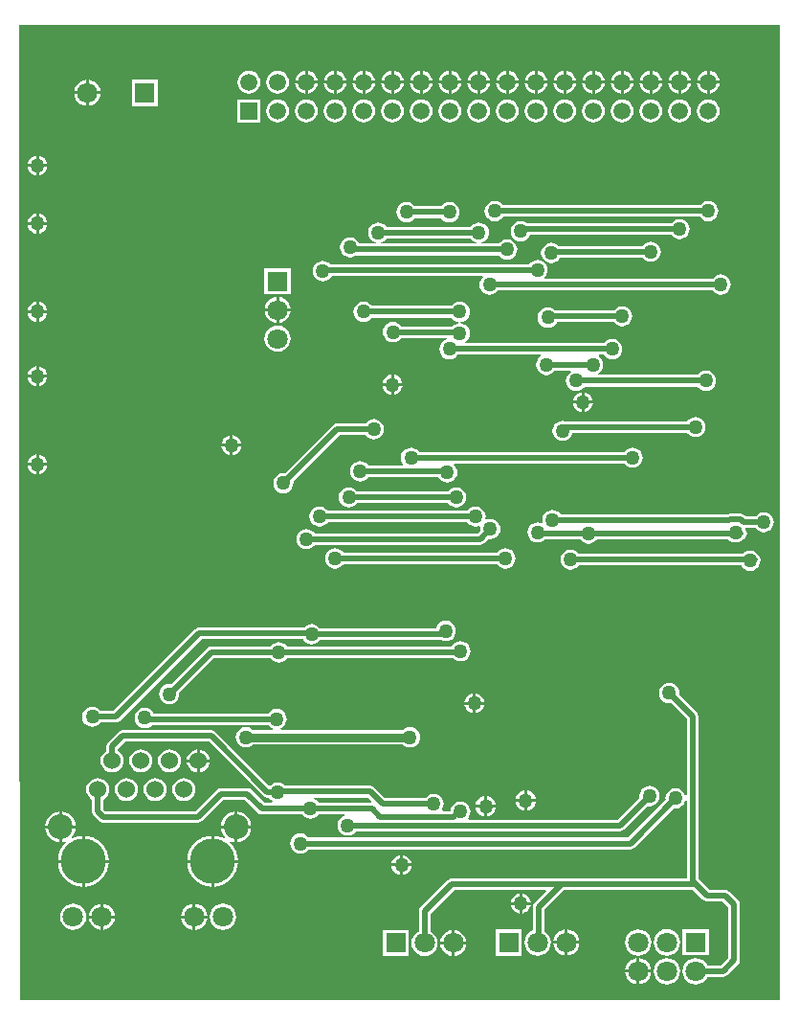
<source format=gbl>
G04*
G04 #@! TF.GenerationSoftware,Altium Limited,Altium Designer,19.0.9 (268)*
G04*
G04 Layer_Physical_Order=2*
G04 Layer_Color=16711680*
%FSLAX25Y25*%
%MOIN*%
G70*
G01*
G75*
%ADD45C,0.01968*%
%ADD46C,0.03150*%
%ADD47C,0.07087*%
%ADD48R,0.07087X0.07087*%
%ADD49C,0.05906*%
%ADD50R,0.05906X0.05906*%
%ADD51R,0.07087X0.07087*%
%ADD52C,0.15748*%
%ADD53C,0.08661*%
%ADD54C,0.06000*%
%ADD55C,0.05000*%
G36*
X266299Y-340551D02*
X1575D01*
X1220Y-187584D01*
Y-1220D01*
X266299D01*
Y-340551D01*
D02*
G37*
%LPC*%
G36*
X241799Y-17378D02*
Y-20799D01*
X245220D01*
X245150Y-20267D01*
X244752Y-19306D01*
X244118Y-18480D01*
X243293Y-17846D01*
X242331Y-17448D01*
X241799Y-17378D01*
D02*
G37*
G36*
X240799D02*
X240267Y-17448D01*
X239306Y-17846D01*
X238480Y-18480D01*
X237846Y-19306D01*
X237448Y-20267D01*
X237378Y-20799D01*
X240799D01*
Y-17378D01*
D02*
G37*
G36*
X231799D02*
Y-20799D01*
X235220D01*
X235150Y-20267D01*
X234752Y-19306D01*
X234118Y-18480D01*
X233293Y-17846D01*
X232331Y-17448D01*
X231799Y-17378D01*
D02*
G37*
G36*
X230799D02*
X230267Y-17448D01*
X229306Y-17846D01*
X228480Y-18480D01*
X227847Y-19306D01*
X227448Y-20267D01*
X227378Y-20799D01*
X230799D01*
Y-17378D01*
D02*
G37*
G36*
X221799D02*
Y-20799D01*
X225220D01*
X225150Y-20267D01*
X224752Y-19306D01*
X224118Y-18480D01*
X223293Y-17846D01*
X222331Y-17448D01*
X221799Y-17378D01*
D02*
G37*
G36*
X220799D02*
X220267Y-17448D01*
X219306Y-17846D01*
X218480Y-18480D01*
X217846Y-19306D01*
X217448Y-20267D01*
X217378Y-20799D01*
X220799D01*
Y-17378D01*
D02*
G37*
G36*
X211799D02*
Y-20799D01*
X215220D01*
X215150Y-20267D01*
X214752Y-19306D01*
X214118Y-18480D01*
X213293Y-17846D01*
X212331Y-17448D01*
X211799Y-17378D01*
D02*
G37*
G36*
X210799D02*
X210267Y-17448D01*
X209306Y-17846D01*
X208480Y-18480D01*
X207846Y-19306D01*
X207448Y-20267D01*
X207378Y-20799D01*
X210799D01*
Y-17378D01*
D02*
G37*
G36*
X201799D02*
Y-20799D01*
X205220D01*
X205150Y-20267D01*
X204752Y-19306D01*
X204118Y-18480D01*
X203293Y-17846D01*
X202331Y-17448D01*
X201799Y-17378D01*
D02*
G37*
G36*
X200799D02*
X200267Y-17448D01*
X199306Y-17846D01*
X198480Y-18480D01*
X197846Y-19306D01*
X197448Y-20267D01*
X197378Y-20799D01*
X200799D01*
Y-17378D01*
D02*
G37*
G36*
X191799D02*
Y-20799D01*
X195220D01*
X195150Y-20267D01*
X194752Y-19306D01*
X194118Y-18480D01*
X193293Y-17846D01*
X192331Y-17448D01*
X191799Y-17378D01*
D02*
G37*
G36*
X190799D02*
X190267Y-17448D01*
X189306Y-17846D01*
X188480Y-18480D01*
X187847Y-19306D01*
X187448Y-20267D01*
X187378Y-20799D01*
X190799D01*
Y-17378D01*
D02*
G37*
G36*
X181799D02*
Y-20799D01*
X185220D01*
X185150Y-20267D01*
X184752Y-19306D01*
X184118Y-18480D01*
X183293Y-17846D01*
X182331Y-17448D01*
X181799Y-17378D01*
D02*
G37*
G36*
X180799D02*
X180267Y-17448D01*
X179306Y-17846D01*
X178480Y-18480D01*
X177847Y-19306D01*
X177448Y-20267D01*
X177378Y-20799D01*
X180799D01*
Y-17378D01*
D02*
G37*
G36*
X171799D02*
Y-20799D01*
X175220D01*
X175150Y-20267D01*
X174752Y-19306D01*
X174118Y-18480D01*
X173293Y-17846D01*
X172331Y-17448D01*
X171799Y-17378D01*
D02*
G37*
G36*
X170799D02*
X170267Y-17448D01*
X169306Y-17846D01*
X168480Y-18480D01*
X167847Y-19306D01*
X167448Y-20267D01*
X167378Y-20799D01*
X170799D01*
Y-17378D01*
D02*
G37*
G36*
X161799D02*
Y-20799D01*
X165220D01*
X165150Y-20267D01*
X164752Y-19306D01*
X164118Y-18480D01*
X163293Y-17846D01*
X162331Y-17448D01*
X161799Y-17378D01*
D02*
G37*
G36*
X160799D02*
X160267Y-17448D01*
X159306Y-17846D01*
X158480Y-18480D01*
X157846Y-19306D01*
X157448Y-20267D01*
X157378Y-20799D01*
X160799D01*
Y-17378D01*
D02*
G37*
G36*
X151799D02*
Y-20799D01*
X155220D01*
X155150Y-20267D01*
X154752Y-19306D01*
X154118Y-18480D01*
X153293Y-17846D01*
X152331Y-17448D01*
X151799Y-17378D01*
D02*
G37*
G36*
X150799D02*
X150267Y-17448D01*
X149306Y-17846D01*
X148480Y-18480D01*
X147846Y-19306D01*
X147448Y-20267D01*
X147378Y-20799D01*
X150799D01*
Y-17378D01*
D02*
G37*
G36*
X141799D02*
Y-20799D01*
X145220D01*
X145150Y-20267D01*
X144752Y-19306D01*
X144118Y-18480D01*
X143293Y-17846D01*
X142331Y-17448D01*
X141799Y-17378D01*
D02*
G37*
G36*
X140799D02*
X140267Y-17448D01*
X139306Y-17846D01*
X138480Y-18480D01*
X137847Y-19306D01*
X137448Y-20267D01*
X137378Y-20799D01*
X140799D01*
Y-17378D01*
D02*
G37*
G36*
X131799D02*
Y-20799D01*
X135220D01*
X135150Y-20267D01*
X134752Y-19306D01*
X134118Y-18480D01*
X133293Y-17846D01*
X132331Y-17448D01*
X131799Y-17378D01*
D02*
G37*
G36*
X130799D02*
X130267Y-17448D01*
X129306Y-17846D01*
X128480Y-18480D01*
X127847Y-19306D01*
X127448Y-20267D01*
X127378Y-20799D01*
X130799D01*
Y-17378D01*
D02*
G37*
G36*
X121799D02*
Y-20799D01*
X125220D01*
X125150Y-20267D01*
X124752Y-19306D01*
X124118Y-18480D01*
X123293Y-17846D01*
X122331Y-17448D01*
X121799Y-17378D01*
D02*
G37*
G36*
X120799D02*
X120267Y-17448D01*
X119306Y-17846D01*
X118480Y-18480D01*
X117847Y-19306D01*
X117448Y-20267D01*
X117378Y-20799D01*
X120799D01*
Y-17378D01*
D02*
G37*
G36*
X111799D02*
Y-20799D01*
X115220D01*
X115150Y-20267D01*
X114752Y-19306D01*
X114118Y-18480D01*
X113293Y-17846D01*
X112331Y-17448D01*
X111799Y-17378D01*
D02*
G37*
G36*
X110799D02*
X110267Y-17448D01*
X109306Y-17846D01*
X108480Y-18480D01*
X107846Y-19306D01*
X107448Y-20267D01*
X107378Y-20799D01*
X110799D01*
Y-17378D01*
D02*
G37*
G36*
X101799D02*
Y-20799D01*
X105220D01*
X105150Y-20267D01*
X104752Y-19306D01*
X104118Y-18480D01*
X103293Y-17846D01*
X102331Y-17448D01*
X101799Y-17378D01*
D02*
G37*
G36*
X100799D02*
X100267Y-17448D01*
X99306Y-17846D01*
X98480Y-18480D01*
X97847Y-19306D01*
X97448Y-20267D01*
X97378Y-20799D01*
X100799D01*
Y-17378D01*
D02*
G37*
G36*
X25500Y-20483D02*
Y-24500D01*
X29517D01*
X29426Y-23814D01*
X28969Y-22709D01*
X28240Y-21760D01*
X27291Y-21031D01*
X26186Y-20574D01*
X25500Y-20483D01*
D02*
G37*
G36*
X24500D02*
X23814Y-20574D01*
X22709Y-21031D01*
X21760Y-21760D01*
X21031Y-22709D01*
X20574Y-23814D01*
X20483Y-24500D01*
X24500D01*
Y-20483D01*
D02*
G37*
G36*
X245220Y-21799D02*
X241799D01*
Y-25220D01*
X242331Y-25150D01*
X243293Y-24752D01*
X244118Y-24118D01*
X244752Y-23293D01*
X245150Y-22331D01*
X245220Y-21799D01*
D02*
G37*
G36*
X240799D02*
X237378D01*
X237448Y-22331D01*
X237846Y-23293D01*
X238480Y-24118D01*
X239306Y-24752D01*
X240267Y-25150D01*
X240799Y-25220D01*
Y-21799D01*
D02*
G37*
G36*
X235220D02*
X231799D01*
Y-25220D01*
X232331Y-25150D01*
X233293Y-24752D01*
X234118Y-24118D01*
X234752Y-23293D01*
X235150Y-22331D01*
X235220Y-21799D01*
D02*
G37*
G36*
X230799D02*
X227378D01*
X227448Y-22331D01*
X227847Y-23293D01*
X228480Y-24118D01*
X229306Y-24752D01*
X230267Y-25150D01*
X230799Y-25220D01*
Y-21799D01*
D02*
G37*
G36*
X225220D02*
X221799D01*
Y-25220D01*
X222331Y-25150D01*
X223293Y-24752D01*
X224118Y-24118D01*
X224752Y-23293D01*
X225150Y-22331D01*
X225220Y-21799D01*
D02*
G37*
G36*
X220799D02*
X217378D01*
X217448Y-22331D01*
X217846Y-23293D01*
X218480Y-24118D01*
X219306Y-24752D01*
X220267Y-25150D01*
X220799Y-25220D01*
Y-21799D01*
D02*
G37*
G36*
X215220D02*
X211799D01*
Y-25220D01*
X212331Y-25150D01*
X213293Y-24752D01*
X214118Y-24118D01*
X214752Y-23293D01*
X215150Y-22331D01*
X215220Y-21799D01*
D02*
G37*
G36*
X210799D02*
X207378D01*
X207448Y-22331D01*
X207846Y-23293D01*
X208480Y-24118D01*
X209306Y-24752D01*
X210267Y-25150D01*
X210799Y-25220D01*
Y-21799D01*
D02*
G37*
G36*
X205220D02*
X201799D01*
Y-25220D01*
X202331Y-25150D01*
X203293Y-24752D01*
X204118Y-24118D01*
X204752Y-23293D01*
X205150Y-22331D01*
X205220Y-21799D01*
D02*
G37*
G36*
X200799D02*
X197378D01*
X197448Y-22331D01*
X197846Y-23293D01*
X198480Y-24118D01*
X199306Y-24752D01*
X200267Y-25150D01*
X200799Y-25220D01*
Y-21799D01*
D02*
G37*
G36*
X195220D02*
X191799D01*
Y-25220D01*
X192331Y-25150D01*
X193293Y-24752D01*
X194118Y-24118D01*
X194752Y-23293D01*
X195150Y-22331D01*
X195220Y-21799D01*
D02*
G37*
G36*
X190799D02*
X187378D01*
X187448Y-22331D01*
X187847Y-23293D01*
X188480Y-24118D01*
X189306Y-24752D01*
X190267Y-25150D01*
X190799Y-25220D01*
Y-21799D01*
D02*
G37*
G36*
X185220D02*
X181799D01*
Y-25220D01*
X182331Y-25150D01*
X183293Y-24752D01*
X184118Y-24118D01*
X184752Y-23293D01*
X185150Y-22331D01*
X185220Y-21799D01*
D02*
G37*
G36*
X180799D02*
X177378D01*
X177448Y-22331D01*
X177847Y-23293D01*
X178480Y-24118D01*
X179306Y-24752D01*
X180267Y-25150D01*
X180799Y-25220D01*
Y-21799D01*
D02*
G37*
G36*
X175220D02*
X171799D01*
Y-25220D01*
X172331Y-25150D01*
X173293Y-24752D01*
X174118Y-24118D01*
X174752Y-23293D01*
X175150Y-22331D01*
X175220Y-21799D01*
D02*
G37*
G36*
X170799D02*
X167378D01*
X167448Y-22331D01*
X167847Y-23293D01*
X168480Y-24118D01*
X169306Y-24752D01*
X170267Y-25150D01*
X170799Y-25220D01*
Y-21799D01*
D02*
G37*
G36*
X165220D02*
X161799D01*
Y-25220D01*
X162331Y-25150D01*
X163293Y-24752D01*
X164118Y-24118D01*
X164752Y-23293D01*
X165150Y-22331D01*
X165220Y-21799D01*
D02*
G37*
G36*
X160799D02*
X157378D01*
X157448Y-22331D01*
X157846Y-23293D01*
X158480Y-24118D01*
X159306Y-24752D01*
X160267Y-25150D01*
X160799Y-25220D01*
Y-21799D01*
D02*
G37*
G36*
X155220D02*
X151799D01*
Y-25220D01*
X152331Y-25150D01*
X153293Y-24752D01*
X154118Y-24118D01*
X154752Y-23293D01*
X155150Y-22331D01*
X155220Y-21799D01*
D02*
G37*
G36*
X150799D02*
X147378D01*
X147448Y-22331D01*
X147846Y-23293D01*
X148480Y-24118D01*
X149306Y-24752D01*
X150267Y-25150D01*
X150799Y-25220D01*
Y-21799D01*
D02*
G37*
G36*
X145220D02*
X141799D01*
Y-25220D01*
X142331Y-25150D01*
X143293Y-24752D01*
X144118Y-24118D01*
X144752Y-23293D01*
X145150Y-22331D01*
X145220Y-21799D01*
D02*
G37*
G36*
X140799D02*
X137378D01*
X137448Y-22331D01*
X137847Y-23293D01*
X138480Y-24118D01*
X139306Y-24752D01*
X140267Y-25150D01*
X140799Y-25220D01*
Y-21799D01*
D02*
G37*
G36*
X135220D02*
X131799D01*
Y-25220D01*
X132331Y-25150D01*
X133293Y-24752D01*
X134118Y-24118D01*
X134752Y-23293D01*
X135150Y-22331D01*
X135220Y-21799D01*
D02*
G37*
G36*
X130799D02*
X127378D01*
X127448Y-22331D01*
X127847Y-23293D01*
X128480Y-24118D01*
X129306Y-24752D01*
X130267Y-25150D01*
X130799Y-25220D01*
Y-21799D01*
D02*
G37*
G36*
X125220D02*
X121799D01*
Y-25220D01*
X122331Y-25150D01*
X123293Y-24752D01*
X124118Y-24118D01*
X124752Y-23293D01*
X125150Y-22331D01*
X125220Y-21799D01*
D02*
G37*
G36*
X120799D02*
X117378D01*
X117448Y-22331D01*
X117847Y-23293D01*
X118480Y-24118D01*
X119306Y-24752D01*
X120267Y-25150D01*
X120799Y-25220D01*
Y-21799D01*
D02*
G37*
G36*
X115220D02*
X111799D01*
Y-25220D01*
X112331Y-25150D01*
X113293Y-24752D01*
X114118Y-24118D01*
X114752Y-23293D01*
X115150Y-22331D01*
X115220Y-21799D01*
D02*
G37*
G36*
X110799D02*
X107378D01*
X107448Y-22331D01*
X107846Y-23293D01*
X108480Y-24118D01*
X109306Y-24752D01*
X110267Y-25150D01*
X110799Y-25220D01*
Y-21799D01*
D02*
G37*
G36*
X105220D02*
X101799D01*
Y-25220D01*
X102331Y-25150D01*
X103293Y-24752D01*
X104118Y-24118D01*
X104752Y-23293D01*
X105150Y-22331D01*
X105220Y-21799D01*
D02*
G37*
G36*
X100799D02*
X97378D01*
X97448Y-22331D01*
X97847Y-23293D01*
X98480Y-24118D01*
X99306Y-24752D01*
X100267Y-25150D01*
X100799Y-25220D01*
Y-21799D01*
D02*
G37*
G36*
X91299Y-17312D02*
X90267Y-17448D01*
X89306Y-17846D01*
X88480Y-18480D01*
X87846Y-19306D01*
X87448Y-20267D01*
X87312Y-21299D01*
X87448Y-22331D01*
X87846Y-23293D01*
X88480Y-24118D01*
X89306Y-24752D01*
X90267Y-25150D01*
X91299Y-25286D01*
X92331Y-25150D01*
X93293Y-24752D01*
X94118Y-24118D01*
X94752Y-23293D01*
X95150Y-22331D01*
X95286Y-21299D01*
X95150Y-20267D01*
X94752Y-19306D01*
X94118Y-18480D01*
X93293Y-17846D01*
X92331Y-17448D01*
X91299Y-17312D01*
D02*
G37*
G36*
X81299D02*
X80267Y-17448D01*
X79306Y-17846D01*
X78480Y-18480D01*
X77846Y-19306D01*
X77448Y-20267D01*
X77312Y-21299D01*
X77448Y-22331D01*
X77846Y-23293D01*
X78480Y-24118D01*
X79306Y-24752D01*
X80267Y-25150D01*
X81299Y-25286D01*
X82331Y-25150D01*
X83293Y-24752D01*
X84118Y-24118D01*
X84752Y-23293D01*
X85150Y-22331D01*
X85286Y-21299D01*
X85150Y-20267D01*
X84752Y-19306D01*
X84118Y-18480D01*
X83293Y-17846D01*
X82331Y-17448D01*
X81299Y-17312D01*
D02*
G37*
G36*
X29517Y-25500D02*
X25500D01*
Y-29517D01*
X26186Y-29426D01*
X27291Y-28969D01*
X28240Y-28240D01*
X28969Y-27291D01*
X29426Y-26186D01*
X29517Y-25500D01*
D02*
G37*
G36*
X24500D02*
X20483D01*
X20574Y-26186D01*
X21031Y-27291D01*
X21760Y-28240D01*
X22709Y-28969D01*
X23814Y-29426D01*
X24500Y-29517D01*
Y-25500D01*
D02*
G37*
G36*
X49543Y-20457D02*
X40457D01*
Y-29543D01*
X49543D01*
Y-20457D01*
D02*
G37*
G36*
X85252Y-27346D02*
X77346D01*
Y-35252D01*
X85252D01*
Y-27346D01*
D02*
G37*
G36*
X241299Y-27312D02*
X240267Y-27448D01*
X239306Y-27847D01*
X238480Y-28480D01*
X237846Y-29306D01*
X237448Y-30267D01*
X237312Y-31299D01*
X237448Y-32331D01*
X237846Y-33293D01*
X238480Y-34118D01*
X239306Y-34752D01*
X240267Y-35150D01*
X241299Y-35286D01*
X242331Y-35150D01*
X243293Y-34752D01*
X244118Y-34118D01*
X244752Y-33293D01*
X245150Y-32331D01*
X245286Y-31299D01*
X245150Y-30267D01*
X244752Y-29306D01*
X244118Y-28480D01*
X243293Y-27847D01*
X242331Y-27448D01*
X241299Y-27312D01*
D02*
G37*
G36*
X231299D02*
X230267Y-27448D01*
X229306Y-27847D01*
X228480Y-28480D01*
X227847Y-29306D01*
X227448Y-30267D01*
X227312Y-31299D01*
X227448Y-32331D01*
X227847Y-33293D01*
X228480Y-34118D01*
X229306Y-34752D01*
X230267Y-35150D01*
X231299Y-35286D01*
X232331Y-35150D01*
X233293Y-34752D01*
X234118Y-34118D01*
X234752Y-33293D01*
X235150Y-32331D01*
X235286Y-31299D01*
X235150Y-30267D01*
X234752Y-29306D01*
X234118Y-28480D01*
X233293Y-27847D01*
X232331Y-27448D01*
X231299Y-27312D01*
D02*
G37*
G36*
X221299D02*
X220267Y-27448D01*
X219306Y-27847D01*
X218480Y-28480D01*
X217846Y-29306D01*
X217448Y-30267D01*
X217312Y-31299D01*
X217448Y-32331D01*
X217846Y-33293D01*
X218480Y-34118D01*
X219306Y-34752D01*
X220267Y-35150D01*
X221299Y-35286D01*
X222331Y-35150D01*
X223293Y-34752D01*
X224118Y-34118D01*
X224752Y-33293D01*
X225150Y-32331D01*
X225286Y-31299D01*
X225150Y-30267D01*
X224752Y-29306D01*
X224118Y-28480D01*
X223293Y-27847D01*
X222331Y-27448D01*
X221299Y-27312D01*
D02*
G37*
G36*
X211299D02*
X210267Y-27448D01*
X209306Y-27847D01*
X208480Y-28480D01*
X207846Y-29306D01*
X207448Y-30267D01*
X207312Y-31299D01*
X207448Y-32331D01*
X207846Y-33293D01*
X208480Y-34118D01*
X209306Y-34752D01*
X210267Y-35150D01*
X211299Y-35286D01*
X212331Y-35150D01*
X213293Y-34752D01*
X214118Y-34118D01*
X214752Y-33293D01*
X215150Y-32331D01*
X215286Y-31299D01*
X215150Y-30267D01*
X214752Y-29306D01*
X214118Y-28480D01*
X213293Y-27847D01*
X212331Y-27448D01*
X211299Y-27312D01*
D02*
G37*
G36*
X201299D02*
X200267Y-27448D01*
X199306Y-27847D01*
X198480Y-28480D01*
X197846Y-29306D01*
X197448Y-30267D01*
X197312Y-31299D01*
X197448Y-32331D01*
X197846Y-33293D01*
X198480Y-34118D01*
X199306Y-34752D01*
X200267Y-35150D01*
X201299Y-35286D01*
X202331Y-35150D01*
X203293Y-34752D01*
X204118Y-34118D01*
X204752Y-33293D01*
X205150Y-32331D01*
X205286Y-31299D01*
X205150Y-30267D01*
X204752Y-29306D01*
X204118Y-28480D01*
X203293Y-27847D01*
X202331Y-27448D01*
X201299Y-27312D01*
D02*
G37*
G36*
X191299D02*
X190267Y-27448D01*
X189306Y-27847D01*
X188480Y-28480D01*
X187847Y-29306D01*
X187448Y-30267D01*
X187312Y-31299D01*
X187448Y-32331D01*
X187847Y-33293D01*
X188480Y-34118D01*
X189306Y-34752D01*
X190267Y-35150D01*
X191299Y-35286D01*
X192331Y-35150D01*
X193293Y-34752D01*
X194118Y-34118D01*
X194752Y-33293D01*
X195150Y-32331D01*
X195286Y-31299D01*
X195150Y-30267D01*
X194752Y-29306D01*
X194118Y-28480D01*
X193293Y-27847D01*
X192331Y-27448D01*
X191299Y-27312D01*
D02*
G37*
G36*
X181299D02*
X180267Y-27448D01*
X179306Y-27847D01*
X178480Y-28480D01*
X177847Y-29306D01*
X177448Y-30267D01*
X177312Y-31299D01*
X177448Y-32331D01*
X177847Y-33293D01*
X178480Y-34118D01*
X179306Y-34752D01*
X180267Y-35150D01*
X181299Y-35286D01*
X182331Y-35150D01*
X183293Y-34752D01*
X184118Y-34118D01*
X184752Y-33293D01*
X185150Y-32331D01*
X185286Y-31299D01*
X185150Y-30267D01*
X184752Y-29306D01*
X184118Y-28480D01*
X183293Y-27847D01*
X182331Y-27448D01*
X181299Y-27312D01*
D02*
G37*
G36*
X171299D02*
X170267Y-27448D01*
X169306Y-27847D01*
X168480Y-28480D01*
X167847Y-29306D01*
X167448Y-30267D01*
X167312Y-31299D01*
X167448Y-32331D01*
X167847Y-33293D01*
X168480Y-34118D01*
X169306Y-34752D01*
X170267Y-35150D01*
X171299Y-35286D01*
X172331Y-35150D01*
X173293Y-34752D01*
X174118Y-34118D01*
X174752Y-33293D01*
X175150Y-32331D01*
X175286Y-31299D01*
X175150Y-30267D01*
X174752Y-29306D01*
X174118Y-28480D01*
X173293Y-27847D01*
X172331Y-27448D01*
X171299Y-27312D01*
D02*
G37*
G36*
X161299D02*
X160267Y-27448D01*
X159306Y-27847D01*
X158480Y-28480D01*
X157846Y-29306D01*
X157448Y-30267D01*
X157312Y-31299D01*
X157448Y-32331D01*
X157846Y-33293D01*
X158480Y-34118D01*
X159306Y-34752D01*
X160267Y-35150D01*
X161299Y-35286D01*
X162331Y-35150D01*
X163293Y-34752D01*
X164118Y-34118D01*
X164752Y-33293D01*
X165150Y-32331D01*
X165286Y-31299D01*
X165150Y-30267D01*
X164752Y-29306D01*
X164118Y-28480D01*
X163293Y-27847D01*
X162331Y-27448D01*
X161299Y-27312D01*
D02*
G37*
G36*
X151299D02*
X150267Y-27448D01*
X149306Y-27847D01*
X148480Y-28480D01*
X147846Y-29306D01*
X147448Y-30267D01*
X147312Y-31299D01*
X147448Y-32331D01*
X147846Y-33293D01*
X148480Y-34118D01*
X149306Y-34752D01*
X150267Y-35150D01*
X151299Y-35286D01*
X152331Y-35150D01*
X153293Y-34752D01*
X154118Y-34118D01*
X154752Y-33293D01*
X155150Y-32331D01*
X155286Y-31299D01*
X155150Y-30267D01*
X154752Y-29306D01*
X154118Y-28480D01*
X153293Y-27847D01*
X152331Y-27448D01*
X151299Y-27312D01*
D02*
G37*
G36*
X141299D02*
X140267Y-27448D01*
X139306Y-27847D01*
X138480Y-28480D01*
X137847Y-29306D01*
X137448Y-30267D01*
X137312Y-31299D01*
X137448Y-32331D01*
X137847Y-33293D01*
X138480Y-34118D01*
X139306Y-34752D01*
X140267Y-35150D01*
X141299Y-35286D01*
X142331Y-35150D01*
X143293Y-34752D01*
X144118Y-34118D01*
X144752Y-33293D01*
X145150Y-32331D01*
X145286Y-31299D01*
X145150Y-30267D01*
X144752Y-29306D01*
X144118Y-28480D01*
X143293Y-27847D01*
X142331Y-27448D01*
X141299Y-27312D01*
D02*
G37*
G36*
X131299D02*
X130267Y-27448D01*
X129306Y-27847D01*
X128480Y-28480D01*
X127847Y-29306D01*
X127448Y-30267D01*
X127312Y-31299D01*
X127448Y-32331D01*
X127847Y-33293D01*
X128480Y-34118D01*
X129306Y-34752D01*
X130267Y-35150D01*
X131299Y-35286D01*
X132331Y-35150D01*
X133293Y-34752D01*
X134118Y-34118D01*
X134752Y-33293D01*
X135150Y-32331D01*
X135286Y-31299D01*
X135150Y-30267D01*
X134752Y-29306D01*
X134118Y-28480D01*
X133293Y-27847D01*
X132331Y-27448D01*
X131299Y-27312D01*
D02*
G37*
G36*
X121299D02*
X120267Y-27448D01*
X119306Y-27847D01*
X118480Y-28480D01*
X117847Y-29306D01*
X117448Y-30267D01*
X117312Y-31299D01*
X117448Y-32331D01*
X117847Y-33293D01*
X118480Y-34118D01*
X119306Y-34752D01*
X120267Y-35150D01*
X121299Y-35286D01*
X122331Y-35150D01*
X123293Y-34752D01*
X124118Y-34118D01*
X124752Y-33293D01*
X125150Y-32331D01*
X125286Y-31299D01*
X125150Y-30267D01*
X124752Y-29306D01*
X124118Y-28480D01*
X123293Y-27847D01*
X122331Y-27448D01*
X121299Y-27312D01*
D02*
G37*
G36*
X111299D02*
X110267Y-27448D01*
X109306Y-27847D01*
X108480Y-28480D01*
X107846Y-29306D01*
X107448Y-30267D01*
X107312Y-31299D01*
X107448Y-32331D01*
X107846Y-33293D01*
X108480Y-34118D01*
X109306Y-34752D01*
X110267Y-35150D01*
X111299Y-35286D01*
X112331Y-35150D01*
X113293Y-34752D01*
X114118Y-34118D01*
X114752Y-33293D01*
X115150Y-32331D01*
X115286Y-31299D01*
X115150Y-30267D01*
X114752Y-29306D01*
X114118Y-28480D01*
X113293Y-27847D01*
X112331Y-27448D01*
X111299Y-27312D01*
D02*
G37*
G36*
X101299D02*
X100267Y-27448D01*
X99306Y-27847D01*
X98480Y-28480D01*
X97847Y-29306D01*
X97448Y-30267D01*
X97312Y-31299D01*
X97448Y-32331D01*
X97847Y-33293D01*
X98480Y-34118D01*
X99306Y-34752D01*
X100267Y-35150D01*
X101299Y-35286D01*
X102331Y-35150D01*
X103293Y-34752D01*
X104118Y-34118D01*
X104752Y-33293D01*
X105150Y-32331D01*
X105286Y-31299D01*
X105150Y-30267D01*
X104752Y-29306D01*
X104118Y-28480D01*
X103293Y-27847D01*
X102331Y-27448D01*
X101299Y-27312D01*
D02*
G37*
G36*
X91299D02*
X90267Y-27448D01*
X89306Y-27847D01*
X88480Y-28480D01*
X87846Y-29306D01*
X87448Y-30267D01*
X87312Y-31299D01*
X87448Y-32331D01*
X87846Y-33293D01*
X88480Y-34118D01*
X89306Y-34752D01*
X90267Y-35150D01*
X91299Y-35286D01*
X92331Y-35150D01*
X93293Y-34752D01*
X94118Y-34118D01*
X94752Y-33293D01*
X95150Y-32331D01*
X95286Y-31299D01*
X95150Y-30267D01*
X94752Y-29306D01*
X94118Y-28480D01*
X93293Y-27847D01*
X92331Y-27448D01*
X91299Y-27312D01*
D02*
G37*
G36*
X8098Y-46890D02*
Y-49854D01*
X11063D01*
X11008Y-49441D01*
X10656Y-48589D01*
X10095Y-47858D01*
X9364Y-47297D01*
X8512Y-46944D01*
X8098Y-46890D01*
D02*
G37*
G36*
X7098D02*
X6685Y-46944D01*
X5833Y-47297D01*
X5102Y-47858D01*
X4541Y-48589D01*
X4188Y-49441D01*
X4134Y-49854D01*
X7098D01*
Y-46890D01*
D02*
G37*
G36*
X11063Y-50854D02*
X8098D01*
Y-53819D01*
X8512Y-53764D01*
X9364Y-53412D01*
X10095Y-52851D01*
X10656Y-52119D01*
X11008Y-51268D01*
X11063Y-50854D01*
D02*
G37*
G36*
X7098D02*
X4134D01*
X4188Y-51268D01*
X4541Y-52119D01*
X5102Y-52851D01*
X5833Y-53412D01*
X6685Y-53764D01*
X7098Y-53819D01*
Y-50854D01*
D02*
G37*
G36*
X241299Y-62612D02*
X240386Y-62732D01*
X239534Y-63085D01*
X238803Y-63645D01*
X238440Y-64119D01*
X169788D01*
X169425Y-63645D01*
X168694Y-63085D01*
X167843Y-62732D01*
X166929Y-62612D01*
X166016Y-62732D01*
X165164Y-63085D01*
X164433Y-63645D01*
X163872Y-64377D01*
X163519Y-65228D01*
X163399Y-66142D01*
X163519Y-67055D01*
X163872Y-67907D01*
X164433Y-68638D01*
X165164Y-69199D01*
X166016Y-69552D01*
X166929Y-69672D01*
X167843Y-69552D01*
X168694Y-69199D01*
X169425Y-68638D01*
X169788Y-68165D01*
X238440D01*
X238803Y-68638D01*
X239534Y-69199D01*
X240386Y-69552D01*
X241299Y-69672D01*
X242213Y-69552D01*
X243064Y-69199D01*
X243795Y-68638D01*
X244356Y-67907D01*
X244709Y-67055D01*
X244829Y-66142D01*
X244709Y-65228D01*
X244356Y-64377D01*
X243795Y-63645D01*
X243064Y-63085D01*
X242213Y-62732D01*
X241299Y-62612D01*
D02*
G37*
G36*
X151181Y-63005D02*
X150267Y-63125D01*
X149416Y-63478D01*
X148685Y-64039D01*
X148322Y-64512D01*
X139080D01*
X138717Y-64039D01*
X137986Y-63478D01*
X137134Y-63125D01*
X136221Y-63005D01*
X135307Y-63125D01*
X134455Y-63478D01*
X133724Y-64039D01*
X133163Y-64770D01*
X132811Y-65622D01*
X132690Y-66535D01*
X132811Y-67449D01*
X133163Y-68300D01*
X133724Y-69032D01*
X134455Y-69593D01*
X135307Y-69945D01*
X136221Y-70066D01*
X137134Y-69945D01*
X137986Y-69593D01*
X138717Y-69032D01*
X139080Y-68559D01*
X148322D01*
X148685Y-69032D01*
X149416Y-69593D01*
X150267Y-69945D01*
X151181Y-70066D01*
X152095Y-69945D01*
X152946Y-69593D01*
X153677Y-69032D01*
X154238Y-68300D01*
X154591Y-67449D01*
X154711Y-66535D01*
X154591Y-65622D01*
X154238Y-64770D01*
X153677Y-64039D01*
X152946Y-63478D01*
X152095Y-63125D01*
X151181Y-63005D01*
D02*
G37*
G36*
X8098Y-67008D02*
Y-69972D01*
X11063D01*
X11008Y-69559D01*
X10656Y-68707D01*
X10095Y-67976D01*
X9364Y-67415D01*
X8512Y-67062D01*
X8098Y-67008D01*
D02*
G37*
G36*
X7098D02*
X6685Y-67062D01*
X5833Y-67415D01*
X5102Y-67976D01*
X4541Y-68707D01*
X4188Y-69559D01*
X4134Y-69972D01*
X7098D01*
Y-67008D01*
D02*
G37*
G36*
X231299Y-68911D02*
X230385Y-69031D01*
X229534Y-69384D01*
X228803Y-69945D01*
X228440Y-70418D01*
X178122D01*
X177749Y-70132D01*
X176898Y-69779D01*
X175984Y-69659D01*
X175071Y-69779D01*
X174219Y-70132D01*
X173488Y-70693D01*
X172927Y-71424D01*
X172574Y-72275D01*
X172454Y-73189D01*
X172574Y-74103D01*
X172927Y-74954D01*
X173488Y-75685D01*
X174219Y-76246D01*
X175071Y-76599D01*
X175984Y-76719D01*
X176898Y-76599D01*
X177749Y-76246D01*
X178481Y-75685D01*
X179042Y-74954D01*
X179244Y-74464D01*
X228440D01*
X228803Y-74937D01*
X229534Y-75498D01*
X230385Y-75851D01*
X231299Y-75971D01*
X232213Y-75851D01*
X233064Y-75498D01*
X233795Y-74937D01*
X234356Y-74206D01*
X234709Y-73355D01*
X234829Y-72441D01*
X234709Y-71527D01*
X234356Y-70676D01*
X233795Y-69945D01*
X233064Y-69384D01*
X232213Y-69031D01*
X231299Y-68911D01*
D02*
G37*
G36*
X161417Y-70092D02*
X160504Y-70212D01*
X159652Y-70565D01*
X158921Y-71126D01*
X158558Y-71599D01*
X129237D01*
X128874Y-71126D01*
X128143Y-70565D01*
X127292Y-70212D01*
X126378Y-70092D01*
X125464Y-70212D01*
X124613Y-70565D01*
X123882Y-71126D01*
X123321Y-71857D01*
X122968Y-72708D01*
X122848Y-73622D01*
X122968Y-74536D01*
X123321Y-75387D01*
X123882Y-76118D01*
X124613Y-76679D01*
X125464Y-77032D01*
X125359Y-77504D01*
X119812D01*
X119593Y-76975D01*
X119032Y-76244D01*
X118300Y-75683D01*
X117449Y-75330D01*
X116535Y-75210D01*
X115622Y-75330D01*
X114770Y-75683D01*
X114039Y-76244D01*
X113478Y-76975D01*
X113126Y-77826D01*
X113005Y-78740D01*
X113126Y-79654D01*
X113478Y-80505D01*
X114039Y-81236D01*
X114770Y-81797D01*
X115622Y-82150D01*
X116535Y-82270D01*
X117449Y-82150D01*
X118300Y-81797D01*
X118622Y-81551D01*
X168401D01*
X168764Y-82024D01*
X169495Y-82585D01*
X170346Y-82938D01*
X171260Y-83058D01*
X172174Y-82938D01*
X173025Y-82585D01*
X173756Y-82024D01*
X174317Y-81293D01*
X174670Y-80441D01*
X174790Y-79528D01*
X174670Y-78614D01*
X174317Y-77763D01*
X173756Y-77031D01*
X173025Y-76470D01*
X172174Y-76118D01*
X171260Y-75997D01*
X170346Y-76118D01*
X169495Y-76470D01*
X168764Y-77031D01*
X168401Y-77504D01*
X162436D01*
X162331Y-77032D01*
X163182Y-76679D01*
X163914Y-76118D01*
X164475Y-75387D01*
X164827Y-74536D01*
X164947Y-73622D01*
X164827Y-72708D01*
X164475Y-71857D01*
X163914Y-71126D01*
X163182Y-70565D01*
X162331Y-70212D01*
X161417Y-70092D01*
D02*
G37*
G36*
X11063Y-70972D02*
X8098D01*
Y-73937D01*
X8512Y-73882D01*
X9364Y-73530D01*
X10095Y-72969D01*
X10656Y-72237D01*
X11008Y-71386D01*
X11063Y-70972D01*
D02*
G37*
G36*
X7098D02*
X4134D01*
X4188Y-71386D01*
X4541Y-72237D01*
X5102Y-72969D01*
X5833Y-73530D01*
X6685Y-73882D01*
X7098Y-73937D01*
Y-70972D01*
D02*
G37*
G36*
X221260Y-76785D02*
X220346Y-76905D01*
X219495Y-77258D01*
X218764Y-77819D01*
X218401Y-78292D01*
X189171D01*
X189110Y-78212D01*
X188379Y-77651D01*
X187528Y-77299D01*
X186614Y-77179D01*
X185701Y-77299D01*
X184849Y-77651D01*
X184118Y-78212D01*
X183557Y-78944D01*
X183204Y-79795D01*
X183084Y-80709D01*
X183204Y-81622D01*
X183557Y-82474D01*
X184118Y-83205D01*
X184849Y-83766D01*
X185701Y-84119D01*
X186614Y-84239D01*
X187528Y-84119D01*
X188379Y-83766D01*
X189110Y-83205D01*
X189671Y-82474D01*
X189728Y-82338D01*
X218401D01*
X218764Y-82811D01*
X219495Y-83372D01*
X220346Y-83725D01*
X221260Y-83845D01*
X222174Y-83725D01*
X223025Y-83372D01*
X223756Y-82811D01*
X224317Y-82080D01*
X224670Y-81229D01*
X224790Y-80315D01*
X224670Y-79401D01*
X224317Y-78550D01*
X223756Y-77819D01*
X223025Y-77258D01*
X222174Y-76905D01*
X221260Y-76785D01*
D02*
G37*
G36*
X181890Y-83084D02*
X180976Y-83204D01*
X180125Y-83557D01*
X179393Y-84118D01*
X179031Y-84591D01*
X109644D01*
X109583Y-84512D01*
X108852Y-83951D01*
X108000Y-83598D01*
X107087Y-83478D01*
X106173Y-83598D01*
X105322Y-83951D01*
X104590Y-84512D01*
X104029Y-85243D01*
X103677Y-86094D01*
X103556Y-87008D01*
X103677Y-87922D01*
X104029Y-88773D01*
X104590Y-89504D01*
X105322Y-90065D01*
X106173Y-90418D01*
X107087Y-90538D01*
X108000Y-90418D01*
X108852Y-90065D01*
X109583Y-89504D01*
X110144Y-88773D01*
X110200Y-88637D01*
X162613D01*
X162783Y-89137D01*
X162654Y-89236D01*
X162093Y-89967D01*
X161740Y-90819D01*
X161620Y-91732D01*
X161740Y-92646D01*
X162093Y-93497D01*
X162654Y-94228D01*
X163385Y-94789D01*
X164236Y-95142D01*
X165150Y-95262D01*
X166064Y-95142D01*
X166915Y-94789D01*
X167646Y-94228D01*
X168009Y-93755D01*
X242810D01*
X243173Y-94229D01*
X243904Y-94789D01*
X244756Y-95142D01*
X245669Y-95262D01*
X246583Y-95142D01*
X247434Y-94789D01*
X248165Y-94229D01*
X248727Y-93497D01*
X249079Y-92646D01*
X249200Y-91732D01*
X249079Y-90819D01*
X248727Y-89967D01*
X248165Y-89236D01*
X247434Y-88675D01*
X246583Y-88322D01*
X245669Y-88202D01*
X244756Y-88322D01*
X243904Y-88675D01*
X243173Y-89236D01*
X242810Y-89709D01*
X184427D01*
X184257Y-89209D01*
X184386Y-89110D01*
X184947Y-88379D01*
X185300Y-87528D01*
X185420Y-86614D01*
X185300Y-85701D01*
X184947Y-84849D01*
X184386Y-84118D01*
X183655Y-83557D01*
X182803Y-83204D01*
X181890Y-83084D01*
D02*
G37*
G36*
X95842Y-86007D02*
X86756D01*
Y-95094D01*
X95842D01*
Y-86007D01*
D02*
G37*
G36*
X154724Y-97651D02*
X153811Y-97771D01*
X152959Y-98124D01*
X152228Y-98685D01*
X151865Y-99158D01*
X124119D01*
X123756Y-98685D01*
X123025Y-98124D01*
X122174Y-97771D01*
X121260Y-97651D01*
X120346Y-97771D01*
X119495Y-98124D01*
X118764Y-98685D01*
X118203Y-99416D01*
X117850Y-100267D01*
X117730Y-101181D01*
X117850Y-102095D01*
X118203Y-102946D01*
X118764Y-103677D01*
X119495Y-104238D01*
X120346Y-104591D01*
X121260Y-104711D01*
X122174Y-104591D01*
X123025Y-104238D01*
X123756Y-103677D01*
X124119Y-103204D01*
X151865D01*
X152228Y-103677D01*
X152959Y-104238D01*
X153811Y-104591D01*
X154404Y-104669D01*
Y-105173D01*
X153811Y-105252D01*
X152959Y-105604D01*
X152228Y-106165D01*
X152167Y-106245D01*
X134355D01*
X133992Y-105772D01*
X133261Y-105210D01*
X132410Y-104858D01*
X131496Y-104737D01*
X130582Y-104858D01*
X129731Y-105210D01*
X129000Y-105772D01*
X128439Y-106503D01*
X128086Y-107354D01*
X127966Y-108268D01*
X128086Y-109181D01*
X128439Y-110033D01*
X129000Y-110764D01*
X129731Y-111325D01*
X130582Y-111678D01*
X131496Y-111798D01*
X132410Y-111678D01*
X133261Y-111325D01*
X133992Y-110764D01*
X134355Y-110291D01*
X150162D01*
X150267Y-110763D01*
X149416Y-111116D01*
X148685Y-111677D01*
X148124Y-112408D01*
X147771Y-113259D01*
X147651Y-114173D01*
X147771Y-115087D01*
X148124Y-115938D01*
X148685Y-116669D01*
X149416Y-117230D01*
X150267Y-117583D01*
X151181Y-117703D01*
X152095Y-117583D01*
X152946Y-117230D01*
X153677Y-116669D01*
X154040Y-116196D01*
X182880D01*
X182951Y-116334D01*
X183013Y-116696D01*
X182371Y-117189D01*
X181810Y-117920D01*
X181458Y-118771D01*
X181337Y-119685D01*
X181458Y-120599D01*
X181810Y-121450D01*
X182371Y-122181D01*
X183102Y-122742D01*
X183954Y-123095D01*
X184868Y-123215D01*
X185781Y-123095D01*
X186633Y-122742D01*
X187364Y-122181D01*
X187727Y-121708D01*
X193299D01*
X193370Y-121846D01*
X193432Y-122208D01*
X192790Y-122701D01*
X192229Y-123432D01*
X191876Y-124283D01*
X191756Y-125197D01*
X191876Y-126110D01*
X192229Y-126962D01*
X192790Y-127693D01*
X193521Y-128254D01*
X194372Y-128607D01*
X195286Y-128727D01*
X196200Y-128607D01*
X197051Y-128254D01*
X197782Y-127693D01*
X198145Y-127220D01*
X237692D01*
X238055Y-127693D01*
X238786Y-128254D01*
X239637Y-128607D01*
X240551Y-128727D01*
X241465Y-128607D01*
X242316Y-128254D01*
X243047Y-127693D01*
X243608Y-126962D01*
X243961Y-126110D01*
X244081Y-125197D01*
X243961Y-124283D01*
X243608Y-123432D01*
X243047Y-122701D01*
X242316Y-122140D01*
X241465Y-121787D01*
X240551Y-121667D01*
X239637Y-121787D01*
X238786Y-122140D01*
X238055Y-122701D01*
X237692Y-123174D01*
X203168D01*
X203097Y-123036D01*
X203035Y-122674D01*
X203677Y-122181D01*
X204238Y-121450D01*
X204591Y-120599D01*
X204711Y-119685D01*
X204591Y-118771D01*
X204238Y-117920D01*
X203677Y-117189D01*
X203035Y-116696D01*
X203097Y-116334D01*
X203168Y-116196D01*
X205015D01*
X205378Y-116669D01*
X206109Y-117230D01*
X206960Y-117583D01*
X207874Y-117703D01*
X208788Y-117583D01*
X209639Y-117230D01*
X210370Y-116669D01*
X210931Y-115938D01*
X211284Y-115087D01*
X211404Y-114173D01*
X211284Y-113259D01*
X210931Y-112408D01*
X210370Y-111677D01*
X209639Y-111116D01*
X208788Y-110763D01*
X207874Y-110643D01*
X206960Y-110763D01*
X206109Y-111116D01*
X205378Y-111677D01*
X205015Y-112150D01*
X156711D01*
X156641Y-112013D01*
X156579Y-111650D01*
X157221Y-111158D01*
X157782Y-110426D01*
X158134Y-109575D01*
X158255Y-108661D01*
X158134Y-107748D01*
X157782Y-106896D01*
X157221Y-106165D01*
X156490Y-105604D01*
X155638Y-105252D01*
X155045Y-105173D01*
Y-104669D01*
X155638Y-104591D01*
X156490Y-104238D01*
X157221Y-103677D01*
X157782Y-102946D01*
X158134Y-102095D01*
X158255Y-101181D01*
X158134Y-100267D01*
X157782Y-99416D01*
X157221Y-98685D01*
X156490Y-98124D01*
X155638Y-97771D01*
X154724Y-97651D01*
D02*
G37*
G36*
X91799Y-96034D02*
Y-100051D01*
X95815D01*
X95725Y-99365D01*
X95267Y-98260D01*
X94539Y-97311D01*
X93590Y-96582D01*
X92485Y-96124D01*
X91799Y-96034D01*
D02*
G37*
G36*
X90799D02*
X90113Y-96124D01*
X89008Y-96582D01*
X88059Y-97311D01*
X87330Y-98260D01*
X86872Y-99365D01*
X86782Y-100051D01*
X90799D01*
Y-96034D01*
D02*
G37*
G36*
X8098Y-97717D02*
Y-100681D01*
X11063D01*
X11008Y-100267D01*
X10656Y-99416D01*
X10095Y-98685D01*
X9364Y-98124D01*
X8512Y-97771D01*
X8098Y-97717D01*
D02*
G37*
G36*
X7098D02*
X6685Y-97771D01*
X5833Y-98124D01*
X5102Y-98685D01*
X4541Y-99416D01*
X4188Y-100267D01*
X4134Y-100681D01*
X7098D01*
Y-97717D01*
D02*
G37*
G36*
X211299Y-99226D02*
X210385Y-99346D01*
X209534Y-99699D01*
X208803Y-100260D01*
X208440Y-100733D01*
X187990D01*
X187929Y-100653D01*
X187198Y-100092D01*
X186347Y-99740D01*
X185433Y-99619D01*
X184519Y-99740D01*
X183668Y-100092D01*
X182937Y-100653D01*
X182376Y-101384D01*
X182023Y-102236D01*
X181903Y-103150D01*
X182023Y-104063D01*
X182376Y-104915D01*
X182937Y-105646D01*
X183668Y-106207D01*
X184519Y-106560D01*
X185433Y-106680D01*
X186347Y-106560D01*
X187198Y-106207D01*
X187929Y-105646D01*
X188490Y-104915D01*
X188547Y-104779D01*
X208440D01*
X208803Y-105252D01*
X209534Y-105813D01*
X210385Y-106166D01*
X211299Y-106286D01*
X212213Y-106166D01*
X213064Y-105813D01*
X213795Y-105252D01*
X214356Y-104521D01*
X214709Y-103670D01*
X214829Y-102756D01*
X214709Y-101842D01*
X214356Y-100991D01*
X213795Y-100260D01*
X213064Y-99699D01*
X212213Y-99346D01*
X211299Y-99226D01*
D02*
G37*
G36*
X11063Y-101681D02*
X8098D01*
Y-104645D01*
X8512Y-104591D01*
X9364Y-104238D01*
X10095Y-103677D01*
X10656Y-102946D01*
X11008Y-102095D01*
X11063Y-101681D01*
D02*
G37*
G36*
X7098D02*
X4134D01*
X4188Y-102095D01*
X4541Y-102946D01*
X5102Y-103677D01*
X5833Y-104238D01*
X6685Y-104591D01*
X7098Y-104645D01*
Y-101681D01*
D02*
G37*
G36*
X95815Y-101051D02*
X91799D01*
Y-105068D01*
X92485Y-104977D01*
X93590Y-104519D01*
X94539Y-103791D01*
X95267Y-102842D01*
X95725Y-101737D01*
X95815Y-101051D01*
D02*
G37*
G36*
X90799D02*
X86782D01*
X86872Y-101737D01*
X87330Y-102842D01*
X88059Y-103791D01*
X89008Y-104519D01*
X90113Y-104977D01*
X90799Y-105068D01*
Y-101051D01*
D02*
G37*
G36*
X91299Y-105969D02*
X90113Y-106125D01*
X89008Y-106583D01*
X88059Y-107311D01*
X87331Y-108260D01*
X86873Y-109365D01*
X86717Y-110551D01*
X86873Y-111737D01*
X87331Y-112843D01*
X88059Y-113792D01*
X89008Y-114520D01*
X90113Y-114978D01*
X91299Y-115134D01*
X92485Y-114978D01*
X93590Y-114520D01*
X94539Y-113792D01*
X95268Y-112843D01*
X95726Y-111737D01*
X95882Y-110551D01*
X95726Y-109365D01*
X95268Y-108260D01*
X94539Y-107311D01*
X93590Y-106583D01*
X92485Y-106125D01*
X91299Y-105969D01*
D02*
G37*
G36*
X8098Y-120158D02*
Y-123122D01*
X11063D01*
X11008Y-122708D01*
X10656Y-121857D01*
X10095Y-121126D01*
X9364Y-120565D01*
X8512Y-120212D01*
X8098Y-120158D01*
D02*
G37*
G36*
X7098D02*
X6685Y-120212D01*
X5833Y-120565D01*
X5102Y-121126D01*
X4541Y-121857D01*
X4188Y-122708D01*
X4134Y-123122D01*
X7098D01*
Y-120158D01*
D02*
G37*
G36*
X131799Y-123110D02*
Y-126075D01*
X134764D01*
X134709Y-125661D01*
X134356Y-124810D01*
X133795Y-124079D01*
X133064Y-123518D01*
X132213Y-123165D01*
X131799Y-123110D01*
D02*
G37*
G36*
X130799D02*
X130385Y-123165D01*
X129534Y-123518D01*
X128803Y-124079D01*
X128242Y-124810D01*
X127889Y-125661D01*
X127835Y-126075D01*
X130799D01*
Y-123110D01*
D02*
G37*
G36*
X11063Y-124122D02*
X8098D01*
Y-127086D01*
X8512Y-127032D01*
X9364Y-126679D01*
X10095Y-126118D01*
X10656Y-125387D01*
X11008Y-124536D01*
X11063Y-124122D01*
D02*
G37*
G36*
X7098D02*
X4134D01*
X4188Y-124536D01*
X4541Y-125387D01*
X5102Y-126118D01*
X5833Y-126679D01*
X6685Y-127032D01*
X7098Y-127086D01*
Y-124122D01*
D02*
G37*
G36*
X134764Y-127075D02*
X131799D01*
Y-130039D01*
X132213Y-129985D01*
X133064Y-129632D01*
X133795Y-129071D01*
X134356Y-128340D01*
X134709Y-127489D01*
X134764Y-127075D01*
D02*
G37*
G36*
X130799D02*
X127835D01*
X127889Y-127489D01*
X128242Y-128340D01*
X128803Y-129071D01*
X129534Y-129632D01*
X130385Y-129985D01*
X130799Y-130039D01*
Y-127075D01*
D02*
G37*
G36*
X198138Y-129213D02*
Y-132177D01*
X201102D01*
X201048Y-131764D01*
X200695Y-130912D01*
X200134Y-130181D01*
X199403Y-129620D01*
X198551Y-129267D01*
X198138Y-129213D01*
D02*
G37*
G36*
X197138D02*
X196724Y-129267D01*
X195873Y-129620D01*
X195142Y-130181D01*
X194581Y-130912D01*
X194228Y-131764D01*
X194173Y-132177D01*
X197138D01*
Y-129213D01*
D02*
G37*
G36*
X201102Y-133177D02*
X198138D01*
Y-136142D01*
X198551Y-136087D01*
X199403Y-135734D01*
X200134Y-135173D01*
X200695Y-134442D01*
X201048Y-133591D01*
X201102Y-133177D01*
D02*
G37*
G36*
X197138D02*
X194173D01*
X194228Y-133591D01*
X194581Y-134442D01*
X195142Y-135173D01*
X195873Y-135734D01*
X196724Y-136087D01*
X197138Y-136142D01*
Y-133177D01*
D02*
G37*
G36*
X236890Y-137808D02*
X235976Y-137929D01*
X235125Y-138281D01*
X234394Y-138842D01*
X234031Y-139315D01*
X191676D01*
X191465Y-139228D01*
X190551Y-139108D01*
X189637Y-139228D01*
X188786Y-139581D01*
X188055Y-140142D01*
X187494Y-140873D01*
X187141Y-141724D01*
X187021Y-142638D01*
X187141Y-143552D01*
X187494Y-144403D01*
X188055Y-145134D01*
X188786Y-145695D01*
X189637Y-146048D01*
X190551Y-146168D01*
X191465Y-146048D01*
X192316Y-145695D01*
X193047Y-145134D01*
X193608Y-144403D01*
X193961Y-143552D01*
X193986Y-143362D01*
X234031D01*
X234394Y-143835D01*
X235125Y-144396D01*
X235976Y-144748D01*
X236890Y-144869D01*
X237804Y-144748D01*
X238655Y-144396D01*
X239386Y-143835D01*
X239947Y-143104D01*
X240300Y-142252D01*
X240420Y-141339D01*
X240300Y-140425D01*
X239947Y-139574D01*
X239386Y-138842D01*
X238655Y-138281D01*
X237804Y-137929D01*
X236890Y-137808D01*
D02*
G37*
G36*
X124803Y-138528D02*
X123890Y-138648D01*
X123038Y-139000D01*
X122307Y-139561D01*
X121944Y-140035D01*
X112076D01*
X111302Y-140189D01*
X110645Y-140627D01*
X93898Y-157374D01*
X93307Y-157297D01*
X92393Y-157417D01*
X91542Y-157770D01*
X90811Y-158331D01*
X90250Y-159062D01*
X89897Y-159913D01*
X89777Y-160827D01*
X89897Y-161741D01*
X90250Y-162592D01*
X90811Y-163323D01*
X91542Y-163884D01*
X92393Y-164237D01*
X93307Y-164357D01*
X94221Y-164237D01*
X95072Y-163884D01*
X95803Y-163323D01*
X96364Y-162592D01*
X96717Y-161741D01*
X96837Y-160827D01*
X96759Y-160236D01*
X112914Y-144081D01*
X121944D01*
X122307Y-144554D01*
X123038Y-145115D01*
X123890Y-145468D01*
X124803Y-145588D01*
X125717Y-145468D01*
X126568Y-145115D01*
X127299Y-144554D01*
X127860Y-143823D01*
X128213Y-142971D01*
X128333Y-142058D01*
X128213Y-141144D01*
X127860Y-140293D01*
X127299Y-139561D01*
X126568Y-139000D01*
X125717Y-138648D01*
X124803Y-138528D01*
D02*
G37*
G36*
X75697Y-144173D02*
Y-147138D01*
X78661D01*
X78607Y-146724D01*
X78254Y-145873D01*
X77693Y-145142D01*
X76962Y-144581D01*
X76111Y-144228D01*
X75697Y-144173D01*
D02*
G37*
G36*
X74697D02*
X74283Y-144228D01*
X73432Y-144581D01*
X72701Y-145142D01*
X72140Y-145873D01*
X71787Y-146724D01*
X71732Y-147138D01*
X74697D01*
Y-144173D01*
D02*
G37*
G36*
X214961Y-148438D02*
X214047Y-148559D01*
X213195Y-148911D01*
X212464Y-149472D01*
X212101Y-149945D01*
X140655D01*
X140292Y-149472D01*
X139560Y-148911D01*
X138709Y-148559D01*
X137795Y-148438D01*
X136882Y-148559D01*
X136030Y-148911D01*
X135299Y-149472D01*
X134738Y-150203D01*
X134385Y-151055D01*
X134265Y-151969D01*
X134385Y-152882D01*
X134738Y-153734D01*
X135073Y-154170D01*
X134826Y-154670D01*
X122938D01*
X122575Y-154197D01*
X121844Y-153636D01*
X120992Y-153283D01*
X120079Y-153163D01*
X119165Y-153283D01*
X118314Y-153636D01*
X117582Y-154197D01*
X117022Y-154928D01*
X116669Y-155779D01*
X116549Y-156693D01*
X116669Y-157607D01*
X117022Y-158458D01*
X117582Y-159189D01*
X118314Y-159750D01*
X119165Y-160103D01*
X120079Y-160223D01*
X120992Y-160103D01*
X121844Y-159750D01*
X122575Y-159189D01*
X122938Y-158716D01*
X147242D01*
X147299Y-158852D01*
X147860Y-159583D01*
X148591Y-160144D01*
X149442Y-160496D01*
X150356Y-160617D01*
X151270Y-160496D01*
X152121Y-160144D01*
X152852Y-159583D01*
X153413Y-158852D01*
X153766Y-158000D01*
X153886Y-157087D01*
X153766Y-156173D01*
X153413Y-155322D01*
X152852Y-154590D01*
X152724Y-154492D01*
X152893Y-153992D01*
X212101D01*
X212464Y-154465D01*
X213195Y-155026D01*
X214047Y-155378D01*
X214961Y-155499D01*
X215874Y-155378D01*
X216726Y-155026D01*
X217457Y-154465D01*
X218018Y-153734D01*
X218371Y-152882D01*
X218491Y-151969D01*
X218371Y-151055D01*
X218018Y-150203D01*
X217457Y-149472D01*
X216726Y-148911D01*
X215874Y-148559D01*
X214961Y-148438D01*
D02*
G37*
G36*
X78661Y-148138D02*
X75697D01*
Y-151102D01*
X76111Y-151048D01*
X76962Y-150695D01*
X77693Y-150134D01*
X78254Y-149403D01*
X78607Y-148551D01*
X78661Y-148138D01*
D02*
G37*
G36*
X74697D02*
X71732D01*
X71787Y-148551D01*
X72140Y-149403D01*
X72701Y-150134D01*
X73432Y-150695D01*
X74283Y-151048D01*
X74697Y-151102D01*
Y-148138D01*
D02*
G37*
G36*
X8098Y-150866D02*
Y-153831D01*
X11063D01*
X11008Y-153417D01*
X10656Y-152566D01*
X10095Y-151835D01*
X9364Y-151274D01*
X8512Y-150921D01*
X8098Y-150866D01*
D02*
G37*
G36*
X7098D02*
X6685Y-150921D01*
X5833Y-151274D01*
X5102Y-151835D01*
X4541Y-152566D01*
X4188Y-153417D01*
X4134Y-153831D01*
X7098D01*
Y-150866D01*
D02*
G37*
G36*
X11063Y-154831D02*
X8098D01*
Y-157795D01*
X8512Y-157741D01*
X9364Y-157388D01*
X10095Y-156827D01*
X10656Y-156096D01*
X11008Y-155245D01*
X11063Y-154831D01*
D02*
G37*
G36*
X7098D02*
X4134D01*
X4188Y-155245D01*
X4541Y-156096D01*
X5102Y-156827D01*
X5833Y-157388D01*
X6685Y-157741D01*
X7098Y-157795D01*
Y-154831D01*
D02*
G37*
G36*
X153543Y-162218D02*
X152630Y-162338D01*
X151778Y-162691D01*
X151047Y-163252D01*
X150684Y-163725D01*
X119001D01*
X118638Y-163252D01*
X117907Y-162691D01*
X117055Y-162338D01*
X116142Y-162218D01*
X115228Y-162338D01*
X114377Y-162691D01*
X113646Y-163252D01*
X113084Y-163983D01*
X112732Y-164834D01*
X112611Y-165748D01*
X112732Y-166662D01*
X113084Y-167513D01*
X113646Y-168244D01*
X114377Y-168805D01*
X115228Y-169158D01*
X116142Y-169278D01*
X117055Y-169158D01*
X117907Y-168805D01*
X118638Y-168244D01*
X119001Y-167771D01*
X150684D01*
X151047Y-168244D01*
X151778Y-168805D01*
X152630Y-169158D01*
X153543Y-169278D01*
X154457Y-169158D01*
X155308Y-168805D01*
X156040Y-168244D01*
X156600Y-167513D01*
X156953Y-166662D01*
X157073Y-165748D01*
X156953Y-164834D01*
X156600Y-163983D01*
X156040Y-163252D01*
X155308Y-162691D01*
X154457Y-162338D01*
X153543Y-162218D01*
D02*
G37*
G36*
X160236Y-168911D02*
X159323Y-169031D01*
X158471Y-169384D01*
X157740Y-169945D01*
X157377Y-170418D01*
X108765D01*
X108402Y-169945D01*
X107671Y-169384D01*
X106819Y-169031D01*
X105906Y-168911D01*
X104992Y-169031D01*
X104140Y-169384D01*
X103409Y-169945D01*
X102848Y-170676D01*
X102496Y-171527D01*
X102375Y-172441D01*
X102496Y-173355D01*
X102848Y-174206D01*
X103409Y-174937D01*
X104140Y-175498D01*
X104992Y-175851D01*
X105906Y-175971D01*
X106819Y-175851D01*
X107671Y-175498D01*
X108402Y-174937D01*
X108765Y-174464D01*
X157377D01*
X157740Y-174937D01*
X158471Y-175498D01*
X159323Y-175851D01*
X160236Y-175971D01*
X161150Y-175851D01*
X161483Y-175713D01*
X161519Y-175724D01*
X161916Y-176075D01*
X161824Y-176772D01*
X161902Y-177363D01*
X160973Y-178292D01*
X104158D01*
X103795Y-177819D01*
X103064Y-177258D01*
X102213Y-176905D01*
X101299Y-176785D01*
X100385Y-176905D01*
X99534Y-177258D01*
X98803Y-177819D01*
X98242Y-178550D01*
X97889Y-179401D01*
X97769Y-180315D01*
X97889Y-181229D01*
X98242Y-182080D01*
X98803Y-182811D01*
X99534Y-183372D01*
X100385Y-183725D01*
X101299Y-183845D01*
X102213Y-183725D01*
X103064Y-183372D01*
X103795Y-182811D01*
X104158Y-182338D01*
X161811D01*
X162585Y-182184D01*
X163242Y-181746D01*
X164763Y-180224D01*
X165354Y-180302D01*
X166268Y-180182D01*
X167120Y-179829D01*
X167851Y-179268D01*
X168412Y-178537D01*
X168764Y-177685D01*
X168885Y-176772D01*
X168764Y-175858D01*
X168412Y-175006D01*
X167851Y-174275D01*
X167120Y-173714D01*
X166268Y-173362D01*
X165354Y-173241D01*
X164441Y-173362D01*
X164108Y-173500D01*
X164072Y-173488D01*
X163675Y-173138D01*
X163766Y-172441D01*
X163646Y-171527D01*
X163293Y-170676D01*
X162732Y-169945D01*
X162001Y-169384D01*
X161150Y-169031D01*
X160236Y-168911D01*
D02*
G37*
G36*
X187008Y-170092D02*
X186094Y-170212D01*
X185243Y-170565D01*
X184512Y-171126D01*
X183951Y-171857D01*
X183598Y-172708D01*
X183478Y-173622D01*
X183572Y-174336D01*
X183203Y-174674D01*
X183136Y-174697D01*
X182764Y-174543D01*
X181850Y-174423D01*
X180936Y-174543D01*
X180085Y-174896D01*
X179354Y-175457D01*
X178793Y-176188D01*
X178440Y-177039D01*
X178320Y-177953D01*
X178440Y-178867D01*
X178793Y-179718D01*
X179354Y-180449D01*
X180085Y-181010D01*
X180936Y-181363D01*
X181850Y-181483D01*
X182764Y-181363D01*
X183615Y-181010D01*
X184346Y-180449D01*
X184407Y-180369D01*
X196747D01*
X197110Y-180843D01*
X197841Y-181404D01*
X198693Y-181756D01*
X199606Y-181877D01*
X200520Y-181756D01*
X201372Y-181404D01*
X202103Y-180843D01*
X202466Y-180369D01*
X248230D01*
X248291Y-180449D01*
X249022Y-181010D01*
X249874Y-181363D01*
X250787Y-181483D01*
X251701Y-181363D01*
X252553Y-181010D01*
X253284Y-180449D01*
X253451Y-180231D01*
X253530Y-180216D01*
X254186Y-179777D01*
X254186Y-179777D01*
X254625Y-179121D01*
X254779Y-178346D01*
X254625Y-177572D01*
X254198Y-176933D01*
X254232Y-176754D01*
X254271Y-176619D01*
X254395Y-176433D01*
X257771D01*
X258134Y-176906D01*
X258865Y-177467D01*
X259716Y-177819D01*
X260630Y-177940D01*
X261544Y-177819D01*
X262395Y-177467D01*
X263126Y-176906D01*
X263687Y-176174D01*
X264040Y-175323D01*
X264160Y-174409D01*
X264040Y-173496D01*
X263687Y-172644D01*
X263126Y-171913D01*
X262395Y-171352D01*
X261544Y-171000D01*
X260630Y-170879D01*
X259716Y-171000D01*
X258865Y-171352D01*
X258134Y-171913D01*
X257771Y-172386D01*
X254424D01*
X254075Y-172038D01*
X253419Y-171599D01*
X252645Y-171445D01*
X248930D01*
X248156Y-171599D01*
X247862Y-171796D01*
X190018D01*
X189504Y-171126D01*
X188773Y-170565D01*
X187922Y-170212D01*
X187008Y-170092D01*
D02*
G37*
G36*
X170669Y-183478D02*
X169756Y-183598D01*
X168904Y-183951D01*
X168173Y-184512D01*
X167810Y-184985D01*
X114158D01*
X113795Y-184512D01*
X113064Y-183951D01*
X112213Y-183598D01*
X111299Y-183478D01*
X110386Y-183598D01*
X109534Y-183951D01*
X108803Y-184512D01*
X108242Y-185243D01*
X107889Y-186094D01*
X107769Y-187008D01*
X107889Y-187922D01*
X108242Y-188773D01*
X108803Y-189504D01*
X109534Y-190065D01*
X110386Y-190418D01*
X111299Y-190538D01*
X112213Y-190418D01*
X113064Y-190065D01*
X113795Y-189504D01*
X114158Y-189031D01*
X167810D01*
X168173Y-189504D01*
X168904Y-190065D01*
X169756Y-190418D01*
X170669Y-190538D01*
X171583Y-190418D01*
X172434Y-190065D01*
X173166Y-189504D01*
X173727Y-188773D01*
X174079Y-187922D01*
X174200Y-187008D01*
X174079Y-186094D01*
X173727Y-185243D01*
X173166Y-184512D01*
X172434Y-183951D01*
X171583Y-183598D01*
X170669Y-183478D01*
D02*
G37*
G36*
X193307Y-183871D02*
X192393Y-183992D01*
X191542Y-184344D01*
X190811Y-184905D01*
X190250Y-185636D01*
X189897Y-186488D01*
X189777Y-187402D01*
X189897Y-188315D01*
X190250Y-189167D01*
X190811Y-189898D01*
X191542Y-190459D01*
X192393Y-190812D01*
X193307Y-190932D01*
X194221Y-190812D01*
X195072Y-190459D01*
X195803Y-189898D01*
X196166Y-189425D01*
X252791D01*
X252847Y-189560D01*
X253408Y-190292D01*
X254139Y-190852D01*
X254991Y-191205D01*
X255905Y-191325D01*
X256818Y-191205D01*
X257670Y-190852D01*
X258401Y-190292D01*
X258962Y-189560D01*
X259314Y-188709D01*
X259435Y-187795D01*
X259431Y-187766D01*
X259503Y-187402D01*
X259349Y-186627D01*
X258980Y-186075D01*
X258962Y-186030D01*
X258401Y-185299D01*
X257670Y-184738D01*
X256818Y-184385D01*
X255905Y-184265D01*
X254991Y-184385D01*
X254139Y-184738D01*
X253408Y-185299D01*
X253347Y-185379D01*
X196166D01*
X195803Y-184905D01*
X195072Y-184344D01*
X194221Y-183992D01*
X193307Y-183871D01*
D02*
G37*
G36*
X149849Y-208675D02*
X148936Y-208795D01*
X148084Y-209148D01*
X147353Y-209708D01*
X146792Y-210440D01*
X146439Y-211291D01*
X146430Y-211363D01*
X106009D01*
X105646Y-210890D01*
X104915Y-210329D01*
X104063Y-209976D01*
X103150Y-209856D01*
X102236Y-209976D01*
X101384Y-210329D01*
X100653Y-210890D01*
X100592Y-210969D01*
X63928D01*
X63154Y-211123D01*
X62498Y-211562D01*
X33956Y-240103D01*
X29631D01*
X29268Y-239630D01*
X28537Y-239069D01*
X27685Y-238716D01*
X26772Y-238596D01*
X25858Y-238716D01*
X25006Y-239069D01*
X24275Y-239630D01*
X23714Y-240361D01*
X23362Y-241212D01*
X23242Y-242126D01*
X23362Y-243040D01*
X23714Y-243891D01*
X24275Y-244622D01*
X25006Y-245183D01*
X25858Y-245536D01*
X26772Y-245656D01*
X27685Y-245536D01*
X28537Y-245183D01*
X29268Y-244622D01*
X29631Y-244149D01*
X34794D01*
X35568Y-243995D01*
X36225Y-243556D01*
X64766Y-215015D01*
X100036D01*
X100092Y-215151D01*
X100653Y-215882D01*
X101384Y-216443D01*
X102236Y-216796D01*
X103150Y-216916D01*
X104063Y-216796D01*
X104915Y-216443D01*
X105646Y-215882D01*
X106009Y-215409D01*
X148439D01*
X148936Y-215615D01*
X149849Y-215735D01*
X150763Y-215615D01*
X151471Y-215321D01*
X151805Y-215255D01*
X152461Y-214816D01*
X152900Y-214160D01*
X152966Y-213827D01*
X153259Y-213118D01*
X153379Y-212205D01*
X153259Y-211291D01*
X152907Y-210440D01*
X152346Y-209708D01*
X151614Y-209148D01*
X150763Y-208795D01*
X149849Y-208675D01*
D02*
G37*
G36*
X155000Y-215761D02*
X154086Y-215881D01*
X153235Y-216234D01*
X152504Y-216795D01*
X151943Y-217526D01*
X151887Y-217662D01*
X94591D01*
X94229Y-217189D01*
X93497Y-216628D01*
X92646Y-216275D01*
X91732Y-216155D01*
X90819Y-216275D01*
X89967Y-216628D01*
X89236Y-217189D01*
X88873Y-217662D01*
X68110D01*
X67336Y-217816D01*
X66680Y-218254D01*
X54135Y-230800D01*
X53543Y-230722D01*
X52630Y-230842D01*
X51778Y-231195D01*
X51047Y-231756D01*
X50486Y-232487D01*
X50133Y-233338D01*
X50013Y-234252D01*
X50133Y-235166D01*
X50486Y-236017D01*
X51047Y-236748D01*
X51778Y-237309D01*
X52630Y-237662D01*
X53543Y-237782D01*
X54457Y-237662D01*
X55308Y-237309D01*
X56040Y-236748D01*
X56600Y-236017D01*
X56953Y-235166D01*
X57073Y-234252D01*
X56996Y-233661D01*
X68948Y-221708D01*
X88873D01*
X89236Y-222181D01*
X89967Y-222742D01*
X90819Y-223095D01*
X91732Y-223215D01*
X92646Y-223095D01*
X93497Y-222742D01*
X94229Y-222181D01*
X94591Y-221708D01*
X152443D01*
X152504Y-221788D01*
X153235Y-222349D01*
X154086Y-222701D01*
X155000Y-222821D01*
X155914Y-222701D01*
X156765Y-222349D01*
X157496Y-221788D01*
X158057Y-221056D01*
X158410Y-220205D01*
X158530Y-219291D01*
X158410Y-218378D01*
X158057Y-217526D01*
X157496Y-216795D01*
X156765Y-216234D01*
X155914Y-215881D01*
X155000Y-215761D01*
D02*
G37*
G36*
X160343Y-233937D02*
Y-236902D01*
X163307D01*
X163252Y-236488D01*
X162900Y-235636D01*
X162339Y-234905D01*
X161608Y-234344D01*
X160756Y-233992D01*
X160343Y-233937D01*
D02*
G37*
G36*
X159343D02*
X158929Y-233992D01*
X158077Y-234344D01*
X157346Y-234905D01*
X156785Y-235636D01*
X156433Y-236488D01*
X156378Y-236902D01*
X159343D01*
Y-233937D01*
D02*
G37*
G36*
X163307Y-237902D02*
X160343D01*
Y-240866D01*
X160756Y-240811D01*
X161608Y-240459D01*
X162339Y-239898D01*
X162900Y-239167D01*
X163252Y-238315D01*
X163307Y-237902D01*
D02*
G37*
G36*
X159343D02*
X156378D01*
X156433Y-238315D01*
X156785Y-239167D01*
X157346Y-239898D01*
X158077Y-240459D01*
X158929Y-240811D01*
X159343Y-240866D01*
Y-237902D01*
D02*
G37*
G36*
X45000Y-238989D02*
X44086Y-239110D01*
X43235Y-239462D01*
X42504Y-240023D01*
X41943Y-240755D01*
X41590Y-241606D01*
X41470Y-242520D01*
X41590Y-243433D01*
X41943Y-244285D01*
X42504Y-245016D01*
X43235Y-245577D01*
X44086Y-245930D01*
X45000Y-246050D01*
X45914Y-245930D01*
X46765Y-245577D01*
X47496Y-245016D01*
X47558Y-244936D01*
X88085D01*
X88449Y-245409D01*
X89180Y-245970D01*
X89531Y-246116D01*
X89431Y-246616D01*
X82621D01*
X82021Y-246155D01*
X81170Y-245803D01*
X80256Y-245682D01*
X79342Y-245803D01*
X78491Y-246155D01*
X77760Y-246716D01*
X77199Y-247447D01*
X76846Y-248299D01*
X76726Y-249213D01*
X76846Y-250126D01*
X77199Y-250978D01*
X77760Y-251709D01*
X78491Y-252270D01*
X79342Y-252623D01*
X80256Y-252743D01*
X81170Y-252623D01*
X82021Y-252270D01*
X82621Y-251810D01*
X135037D01*
X135636Y-252270D01*
X136488Y-252623D01*
X137402Y-252743D01*
X138315Y-252623D01*
X139167Y-252270D01*
X139898Y-251709D01*
X140459Y-250978D01*
X140812Y-250126D01*
X140932Y-249213D01*
X140812Y-248299D01*
X140459Y-247447D01*
X139898Y-246716D01*
X139167Y-246155D01*
X138315Y-245803D01*
X137402Y-245682D01*
X136488Y-245803D01*
X135636Y-246155D01*
X135037Y-246616D01*
X92458D01*
X92359Y-246116D01*
X92710Y-245970D01*
X93441Y-245409D01*
X94002Y-244678D01*
X94355Y-243827D01*
X94475Y-242913D01*
X94355Y-241999D01*
X94002Y-241148D01*
X93441Y-240417D01*
X92710Y-239856D01*
X91858Y-239503D01*
X90945Y-239383D01*
X90031Y-239503D01*
X89180Y-239856D01*
X88449Y-240417D01*
X88085Y-240890D01*
X48113D01*
X48057Y-240755D01*
X47496Y-240023D01*
X46765Y-239462D01*
X45914Y-239110D01*
X45000Y-238989D01*
D02*
G37*
G36*
X64142Y-253472D02*
Y-256941D01*
X67611D01*
X67539Y-256397D01*
X67136Y-255424D01*
X66495Y-254588D01*
X65659Y-253947D01*
X64686Y-253544D01*
X64142Y-253472D01*
D02*
G37*
G36*
X63142D02*
X62598Y-253544D01*
X61624Y-253947D01*
X60789Y-254588D01*
X60148Y-255424D01*
X59745Y-256397D01*
X59673Y-256941D01*
X63142D01*
Y-253472D01*
D02*
G37*
G36*
X67611Y-257941D02*
X64142D01*
Y-261410D01*
X64686Y-261338D01*
X65659Y-260935D01*
X66495Y-260294D01*
X67136Y-259458D01*
X67539Y-258485D01*
X67611Y-257941D01*
D02*
G37*
G36*
X63142D02*
X59673D01*
X59745Y-258485D01*
X60148Y-259458D01*
X60789Y-260294D01*
X61624Y-260935D01*
X62598Y-261338D01*
X63142Y-261410D01*
Y-257941D01*
D02*
G37*
G36*
X53642Y-253407D02*
X52598Y-253544D01*
X51625Y-253947D01*
X50789Y-254588D01*
X50148Y-255424D01*
X49745Y-256397D01*
X49607Y-257441D01*
X49745Y-258485D01*
X50148Y-259458D01*
X50789Y-260294D01*
X51625Y-260935D01*
X52598Y-261338D01*
X53642Y-261475D01*
X54686Y-261338D01*
X55659Y-260935D01*
X56495Y-260294D01*
X57136Y-259458D01*
X57539Y-258485D01*
X57676Y-257441D01*
X57539Y-256397D01*
X57136Y-255424D01*
X56495Y-254588D01*
X55659Y-253947D01*
X54686Y-253544D01*
X53642Y-253407D01*
D02*
G37*
G36*
X43642D02*
X42598Y-253544D01*
X41625Y-253947D01*
X40789Y-254588D01*
X40148Y-255424D01*
X39745Y-256397D01*
X39607Y-257441D01*
X39745Y-258485D01*
X40148Y-259458D01*
X40789Y-260294D01*
X41625Y-260935D01*
X42598Y-261338D01*
X43642Y-261475D01*
X44686Y-261338D01*
X45659Y-260935D01*
X46495Y-260294D01*
X47136Y-259458D01*
X47539Y-258485D01*
X47676Y-257441D01*
X47539Y-256397D01*
X47136Y-255424D01*
X46495Y-254588D01*
X45659Y-253947D01*
X44686Y-253544D01*
X43642Y-253407D01*
D02*
G37*
G36*
X227756Y-230328D02*
X226842Y-230448D01*
X225991Y-230801D01*
X225260Y-231362D01*
X224699Y-232093D01*
X224346Y-232945D01*
X224226Y-233858D01*
X224346Y-234772D01*
X224699Y-235623D01*
X225260Y-236354D01*
X225991Y-236915D01*
X226842Y-237268D01*
X227756Y-237388D01*
X228347Y-237311D01*
X233804Y-242767D01*
Y-269453D01*
X233331Y-269559D01*
X232979Y-268707D01*
X232417Y-267976D01*
X231686Y-267415D01*
X230835Y-267062D01*
X229921Y-266942D01*
X229008Y-267062D01*
X228156Y-267415D01*
X227425Y-267976D01*
X226864Y-268707D01*
X226511Y-269559D01*
X226391Y-270472D01*
X226469Y-271064D01*
X213335Y-284197D01*
X102072D01*
X101709Y-283724D01*
X100978Y-283163D01*
X100126Y-282811D01*
X99213Y-282690D01*
X98299Y-282811D01*
X97448Y-283163D01*
X96716Y-283724D01*
X96155Y-284455D01*
X95803Y-285307D01*
X95682Y-286221D01*
X95803Y-287134D01*
X96155Y-287986D01*
X96716Y-288717D01*
X97448Y-289278D01*
X98299Y-289630D01*
X99213Y-289751D01*
X100126Y-289630D01*
X100978Y-289278D01*
X101709Y-288717D01*
X102072Y-288244D01*
X214173D01*
X214947Y-288090D01*
X215604Y-287651D01*
X229330Y-273925D01*
X229921Y-274003D01*
X230835Y-273882D01*
X231686Y-273530D01*
X232417Y-272969D01*
X232979Y-272237D01*
X233331Y-271386D01*
X233804Y-271492D01*
Y-298371D01*
X151929D01*
X151155Y-298525D01*
X150498Y-298963D01*
X141049Y-308412D01*
X140611Y-309068D01*
X140457Y-309842D01*
Y-316787D01*
X140189Y-316898D01*
X139240Y-317626D01*
X138511Y-318575D01*
X138054Y-319680D01*
X137898Y-320866D01*
X138054Y-322052D01*
X138511Y-323158D01*
X139240Y-324107D01*
X140189Y-324835D01*
X141294Y-325293D01*
X142480Y-325449D01*
X143666Y-325293D01*
X144771Y-324835D01*
X145720Y-324107D01*
X146449Y-323158D01*
X146906Y-322052D01*
X147063Y-320866D01*
X146906Y-319680D01*
X146449Y-318575D01*
X145720Y-317626D01*
X144771Y-316898D01*
X144503Y-316787D01*
Y-310681D01*
X152767Y-302417D01*
X184620D01*
X184811Y-302879D01*
X180853Y-306837D01*
X180414Y-307493D01*
X180260Y-308268D01*
Y-316410D01*
X179559Y-316701D01*
X178610Y-317429D01*
X177881Y-318378D01*
X177424Y-319484D01*
X177268Y-320670D01*
X177424Y-321856D01*
X177881Y-322961D01*
X178610Y-323910D01*
X179559Y-324638D01*
X180664Y-325096D01*
X181850Y-325252D01*
X183036Y-325096D01*
X184141Y-324638D01*
X185090Y-323910D01*
X185819Y-322961D01*
X186276Y-321856D01*
X186433Y-320670D01*
X186276Y-319484D01*
X185819Y-318378D01*
X185090Y-317429D01*
X184307Y-316828D01*
Y-309106D01*
X190996Y-302417D01*
X235827D01*
X236030Y-302376D01*
X239415Y-305761D01*
X240071Y-306200D01*
X240845Y-306354D01*
X246406D01*
X248371Y-308318D01*
Y-325934D01*
X245697Y-328607D01*
X240969D01*
X240858Y-328339D01*
X240130Y-327390D01*
X239181Y-326661D01*
X238076Y-326204D01*
X236890Y-326047D01*
X235704Y-326204D01*
X234598Y-326661D01*
X233649Y-327390D01*
X232921Y-328339D01*
X232463Y-329444D01*
X232307Y-330630D01*
X232463Y-331816D01*
X232921Y-332921D01*
X233649Y-333870D01*
X234598Y-334599D01*
X235704Y-335056D01*
X236890Y-335212D01*
X238076Y-335056D01*
X239181Y-334599D01*
X240130Y-333870D01*
X240858Y-332921D01*
X240969Y-332653D01*
X246535D01*
X247310Y-332499D01*
X247966Y-332061D01*
X251824Y-328202D01*
X252263Y-327546D01*
X252417Y-326772D01*
Y-307480D01*
X252263Y-306706D01*
X251824Y-306050D01*
X248675Y-302900D01*
X248018Y-302462D01*
X247244Y-302308D01*
X241684D01*
X237850Y-298474D01*
Y-241929D01*
X237696Y-241155D01*
X237257Y-240498D01*
X231208Y-234450D01*
X231286Y-233858D01*
X231166Y-232945D01*
X230813Y-232093D01*
X230252Y-231362D01*
X229521Y-230801D01*
X228670Y-230448D01*
X227756Y-230328D01*
D02*
G37*
G36*
X178256Y-267795D02*
Y-270760D01*
X181220D01*
X181166Y-270346D01*
X180813Y-269495D01*
X180252Y-268764D01*
X179521Y-268203D01*
X178670Y-267850D01*
X178256Y-267795D01*
D02*
G37*
G36*
X177256D02*
X176842Y-267850D01*
X175991Y-268203D01*
X175260Y-268764D01*
X174699Y-269495D01*
X174346Y-270346D01*
X174291Y-270760D01*
X177256D01*
Y-267795D01*
D02*
G37*
G36*
X58642Y-263406D02*
X57598Y-263544D01*
X56625Y-263947D01*
X55789Y-264588D01*
X55148Y-265424D01*
X54745Y-266397D01*
X54607Y-267441D01*
X54745Y-268485D01*
X55148Y-269458D01*
X55789Y-270294D01*
X56625Y-270935D01*
X57598Y-271338D01*
X58642Y-271476D01*
X59686Y-271338D01*
X60659Y-270935D01*
X61495Y-270294D01*
X62136Y-269458D01*
X62539Y-268485D01*
X62676Y-267441D01*
X62539Y-266397D01*
X62136Y-265424D01*
X61495Y-264588D01*
X60659Y-263947D01*
X59686Y-263544D01*
X58642Y-263406D01*
D02*
G37*
G36*
X48642D02*
X47598Y-263544D01*
X46624Y-263947D01*
X45789Y-264588D01*
X45148Y-265424D01*
X44745Y-266397D01*
X44607Y-267441D01*
X44745Y-268485D01*
X45148Y-269458D01*
X45789Y-270294D01*
X46624Y-270935D01*
X47598Y-271338D01*
X48642Y-271476D01*
X49686Y-271338D01*
X50659Y-270935D01*
X51495Y-270294D01*
X52136Y-269458D01*
X52539Y-268485D01*
X52676Y-267441D01*
X52539Y-266397D01*
X52136Y-265424D01*
X51495Y-264588D01*
X50659Y-263947D01*
X49686Y-263544D01*
X48642Y-263406D01*
D02*
G37*
G36*
X38642D02*
X37598Y-263544D01*
X36625Y-263947D01*
X35789Y-264588D01*
X35148Y-265424D01*
X34745Y-266397D01*
X34607Y-267441D01*
X34745Y-268485D01*
X35148Y-269458D01*
X35789Y-270294D01*
X36625Y-270935D01*
X37598Y-271338D01*
X38642Y-271476D01*
X39686Y-271338D01*
X40659Y-270935D01*
X41495Y-270294D01*
X42136Y-269458D01*
X42539Y-268485D01*
X42676Y-267441D01*
X42539Y-266397D01*
X42136Y-265424D01*
X41495Y-264588D01*
X40659Y-263947D01*
X39686Y-263544D01*
X38642Y-263406D01*
D02*
G37*
G36*
X68276Y-246796D02*
X37268D01*
X36494Y-246950D01*
X35838Y-247388D01*
X32211Y-251015D01*
X31773Y-251671D01*
X31619Y-252445D01*
Y-253952D01*
X30789Y-254588D01*
X30148Y-255424D01*
X29745Y-256397D01*
X29607Y-257441D01*
X29745Y-258485D01*
X30148Y-259458D01*
X30789Y-260294D01*
X31624Y-260935D01*
X32598Y-261338D01*
X33642Y-261475D01*
X34686Y-261338D01*
X35659Y-260935D01*
X36495Y-260294D01*
X37136Y-259458D01*
X37539Y-258485D01*
X37676Y-257441D01*
X37539Y-256397D01*
X37136Y-255424D01*
X36495Y-254588D01*
X35665Y-253952D01*
Y-253283D01*
X38106Y-250842D01*
X67438D01*
X86312Y-269716D01*
X86968Y-270155D01*
X87743Y-270309D01*
X88272D01*
X88803Y-271000D01*
X89444Y-271493D01*
X89382Y-271855D01*
X89312Y-271993D01*
X86665D01*
X82139Y-267467D01*
X81483Y-267028D01*
X80709Y-266875D01*
X71599D01*
X70824Y-267028D01*
X70168Y-267467D01*
X62696Y-274939D01*
X31343D01*
X30665Y-274260D01*
Y-270931D01*
X31495Y-270294D01*
X32136Y-269458D01*
X32539Y-268485D01*
X32676Y-267441D01*
X32539Y-266397D01*
X32136Y-265424D01*
X31495Y-264588D01*
X30659Y-263947D01*
X29686Y-263544D01*
X28642Y-263406D01*
X27598Y-263544D01*
X26625Y-263947D01*
X25789Y-264588D01*
X25148Y-265424D01*
X24745Y-266397D01*
X24607Y-267441D01*
X24745Y-268485D01*
X25148Y-269458D01*
X25789Y-270294D01*
X26619Y-270931D01*
Y-275098D01*
X26773Y-275873D01*
X27211Y-276529D01*
X29075Y-278393D01*
X29731Y-278831D01*
X30505Y-278985D01*
X63534D01*
X64309Y-278831D01*
X64965Y-278393D01*
X72437Y-270921D01*
X79871D01*
X84396Y-275446D01*
X85053Y-275885D01*
X85827Y-276039D01*
X99897D01*
X100260Y-276512D01*
X100991Y-277073D01*
X101842Y-277426D01*
X102756Y-277546D01*
X103670Y-277426D01*
X104521Y-277073D01*
X105252Y-276512D01*
X105615Y-276039D01*
X114729D01*
X114834Y-276511D01*
X113983Y-276864D01*
X113252Y-277425D01*
X112691Y-278156D01*
X112338Y-279008D01*
X112218Y-279921D01*
X112338Y-280835D01*
X112691Y-281686D01*
X113252Y-282417D01*
X113983Y-282979D01*
X114834Y-283331D01*
X115748Y-283452D01*
X116662Y-283331D01*
X117513Y-282979D01*
X118244Y-282417D01*
X118607Y-281944D01*
X210630D01*
X211404Y-281790D01*
X212060Y-281352D01*
X220275Y-273137D01*
X220866Y-273215D01*
X221780Y-273095D01*
X222631Y-272742D01*
X223362Y-272181D01*
X223923Y-271450D01*
X224276Y-270599D01*
X224396Y-269685D01*
X224276Y-268771D01*
X223923Y-267920D01*
X223362Y-267189D01*
X222631Y-266628D01*
X221780Y-266275D01*
X220866Y-266155D01*
X219953Y-266275D01*
X219101Y-266628D01*
X218370Y-267189D01*
X217809Y-267920D01*
X217456Y-268771D01*
X217336Y-269685D01*
X217414Y-270276D01*
X209792Y-277898D01*
X157969D01*
X157723Y-277398D01*
X158057Y-276962D01*
X158410Y-276111D01*
X158530Y-275197D01*
X158410Y-274283D01*
X158057Y-273432D01*
X157496Y-272701D01*
X156765Y-272140D01*
X155914Y-271787D01*
X155000Y-271667D01*
X154086Y-271787D01*
X153235Y-272140D01*
X152504Y-272701D01*
X151943Y-273432D01*
X151590Y-274283D01*
X151509Y-274902D01*
X148758D01*
X148537Y-274454D01*
X148726Y-274206D01*
X149079Y-273355D01*
X149199Y-272441D01*
X149079Y-271527D01*
X148726Y-270676D01*
X148166Y-269945D01*
X147434Y-269384D01*
X146583Y-269031D01*
X145669Y-268911D01*
X144756Y-269031D01*
X143904Y-269384D01*
X143173Y-269945D01*
X142810Y-270418D01*
X128698D01*
X125053Y-266772D01*
X124396Y-266334D01*
X123622Y-266179D01*
X93927D01*
X93795Y-266008D01*
X93064Y-265447D01*
X92212Y-265094D01*
X91299Y-264974D01*
X90385Y-265094D01*
X89534Y-265447D01*
X88803Y-266008D01*
X88239Y-265921D01*
X69706Y-247388D01*
X69050Y-246950D01*
X68276Y-246796D01*
D02*
G37*
G36*
X164279Y-269764D02*
Y-272728D01*
X167244D01*
X167189Y-272315D01*
X166837Y-271463D01*
X166276Y-270732D01*
X165545Y-270171D01*
X164693Y-269818D01*
X164279Y-269764D01*
D02*
G37*
G36*
X163279D02*
X162866Y-269818D01*
X162014Y-270171D01*
X161283Y-270732D01*
X160722Y-271463D01*
X160370Y-272315D01*
X160315Y-272728D01*
X163279D01*
Y-269764D01*
D02*
G37*
G36*
X181220Y-271760D02*
X178256D01*
Y-274724D01*
X178670Y-274670D01*
X179521Y-274317D01*
X180252Y-273756D01*
X180813Y-273025D01*
X181166Y-272174D01*
X181220Y-271760D01*
D02*
G37*
G36*
X177256D02*
X174291D01*
X174346Y-272174D01*
X174699Y-273025D01*
X175260Y-273756D01*
X175991Y-274317D01*
X176842Y-274670D01*
X177256Y-274724D01*
Y-271760D01*
D02*
G37*
G36*
X167244Y-273728D02*
X164279D01*
Y-276693D01*
X164693Y-276638D01*
X165545Y-276286D01*
X166276Y-275725D01*
X166837Y-274993D01*
X167189Y-274142D01*
X167244Y-273728D01*
D02*
G37*
G36*
X163279D02*
X160315D01*
X160370Y-274142D01*
X160722Y-274993D01*
X161283Y-275725D01*
X162014Y-276286D01*
X162866Y-276638D01*
X163279Y-276693D01*
Y-273728D01*
D02*
G37*
G36*
X16169Y-275122D02*
Y-279933D01*
X20980D01*
X20863Y-279042D01*
X20326Y-277745D01*
X19471Y-276631D01*
X18358Y-275777D01*
X17061Y-275240D01*
X16169Y-275122D01*
D02*
G37*
G36*
X77272D02*
Y-279933D01*
X82083D01*
X81965Y-279042D01*
X81428Y-277745D01*
X80574Y-276631D01*
X79460Y-275777D01*
X78163Y-275240D01*
X77272Y-275122D01*
D02*
G37*
G36*
X15169D02*
X14278Y-275240D01*
X12981Y-275777D01*
X11868Y-276631D01*
X11013Y-277745D01*
X10476Y-279042D01*
X10358Y-279933D01*
X15169D01*
Y-275122D01*
D02*
G37*
G36*
X76272D02*
X75380Y-275240D01*
X74083Y-275777D01*
X72970Y-276631D01*
X72115Y-277745D01*
X71578Y-279042D01*
X71461Y-279933D01*
X76272D01*
Y-275122D01*
D02*
G37*
G36*
Y-280933D02*
X71461D01*
X71578Y-281825D01*
X72115Y-283122D01*
X72813Y-284031D01*
X72482Y-284421D01*
X72074Y-284203D01*
X70401Y-283695D01*
X69162Y-283573D01*
Y-291941D01*
X77529D01*
X77407Y-290701D01*
X76900Y-289029D01*
X76076Y-287487D01*
X74967Y-286136D01*
X74625Y-285855D01*
X74884Y-285421D01*
X75380Y-285627D01*
X76272Y-285744D01*
Y-280933D01*
D02*
G37*
G36*
X82083D02*
X77272D01*
Y-285744D01*
X78163Y-285627D01*
X79460Y-285090D01*
X80574Y-284235D01*
X81428Y-283122D01*
X81965Y-281825D01*
X82083Y-280933D01*
D02*
G37*
G36*
X15169D02*
X10358D01*
X10476Y-281825D01*
X11013Y-283122D01*
X11868Y-284235D01*
X12981Y-285090D01*
X14278Y-285627D01*
X15169Y-285744D01*
Y-280933D01*
D02*
G37*
G36*
X24162Y-283573D02*
Y-291941D01*
X32529D01*
X32407Y-290701D01*
X31900Y-289029D01*
X31076Y-287487D01*
X29967Y-286136D01*
X28616Y-285027D01*
X27074Y-284203D01*
X25401Y-283695D01*
X24162Y-283573D01*
D02*
G37*
G36*
X68162D02*
X66922Y-283695D01*
X65249Y-284203D01*
X63708Y-285027D01*
X62356Y-286136D01*
X61247Y-287487D01*
X60423Y-289029D01*
X59916Y-290701D01*
X59794Y-291941D01*
X68162D01*
Y-283573D01*
D02*
G37*
G36*
X20980Y-280933D02*
X16169D01*
Y-285744D01*
X17061Y-285627D01*
X17318Y-285520D01*
X17578Y-285954D01*
X17356Y-286136D01*
X16247Y-287487D01*
X15423Y-289029D01*
X14916Y-290701D01*
X14794Y-291941D01*
X23162D01*
Y-283573D01*
X21922Y-283695D01*
X20249Y-284203D01*
X20041Y-284314D01*
X19710Y-283924D01*
X20326Y-283122D01*
X20863Y-281825D01*
X20980Y-280933D01*
D02*
G37*
G36*
X134949Y-290236D02*
Y-293201D01*
X137913D01*
X137859Y-292787D01*
X137506Y-291936D01*
X136945Y-291205D01*
X136214Y-290644D01*
X135363Y-290291D01*
X134949Y-290236D01*
D02*
G37*
G36*
X133949D02*
X133535Y-290291D01*
X132684Y-290644D01*
X131953Y-291205D01*
X131392Y-291936D01*
X131039Y-292787D01*
X130984Y-293201D01*
X133949D01*
Y-290236D01*
D02*
G37*
G36*
X137913Y-294201D02*
X134949D01*
Y-297165D01*
X135363Y-297111D01*
X136214Y-296758D01*
X136945Y-296197D01*
X137506Y-295466D01*
X137859Y-294615D01*
X137913Y-294201D01*
D02*
G37*
G36*
X133949D02*
X130984D01*
X131039Y-294615D01*
X131392Y-295466D01*
X131953Y-296197D01*
X132684Y-296758D01*
X133535Y-297111D01*
X133949Y-297165D01*
Y-294201D01*
D02*
G37*
G36*
X77529Y-292941D02*
X69162D01*
Y-301309D01*
X70401Y-301187D01*
X72074Y-300679D01*
X73616Y-299855D01*
X74967Y-298746D01*
X76076Y-297395D01*
X76900Y-295853D01*
X77407Y-294181D01*
X77529Y-292941D01*
D02*
G37*
G36*
X32529D02*
X24162D01*
Y-301309D01*
X25401Y-301187D01*
X27074Y-300679D01*
X28616Y-299855D01*
X29967Y-298746D01*
X31076Y-297395D01*
X31900Y-295853D01*
X32407Y-294181D01*
X32529Y-292941D01*
D02*
G37*
G36*
X68162D02*
X59794D01*
X59916Y-294181D01*
X60423Y-295853D01*
X61247Y-297395D01*
X62356Y-298746D01*
X63708Y-299855D01*
X65249Y-300679D01*
X66922Y-301187D01*
X68162Y-301309D01*
Y-292941D01*
D02*
G37*
G36*
X23162D02*
X14794D01*
X14916Y-294181D01*
X15423Y-295853D01*
X16247Y-297395D01*
X17356Y-298746D01*
X18708Y-299855D01*
X20249Y-300679D01*
X21922Y-301187D01*
X23162Y-301309D01*
Y-292941D01*
D02*
G37*
G36*
X176484Y-303622D02*
Y-306587D01*
X179449D01*
X179394Y-306173D01*
X179042Y-305322D01*
X178481Y-304590D01*
X177749Y-304029D01*
X176898Y-303677D01*
X176484Y-303622D01*
D02*
G37*
G36*
X175484D02*
X175071Y-303677D01*
X174219Y-304029D01*
X173488Y-304590D01*
X172927Y-305322D01*
X172574Y-306173D01*
X172520Y-306587D01*
X175484D01*
Y-303622D01*
D02*
G37*
G36*
X179449Y-307587D02*
X176484D01*
Y-310551D01*
X176898Y-310496D01*
X177749Y-310144D01*
X178481Y-309583D01*
X179042Y-308852D01*
X179394Y-308000D01*
X179449Y-307587D01*
D02*
G37*
G36*
X175484D02*
X172520D01*
X172574Y-308000D01*
X172927Y-308852D01*
X173488Y-309583D01*
X174219Y-310144D01*
X175071Y-310496D01*
X175484Y-310551D01*
Y-307587D01*
D02*
G37*
G36*
X62744Y-307216D02*
Y-311232D01*
X66761D01*
X66671Y-310546D01*
X66213Y-309441D01*
X65484Y-308492D01*
X64535Y-307764D01*
X63430Y-307306D01*
X62744Y-307216D01*
D02*
G37*
G36*
X30579D02*
Y-311232D01*
X34596D01*
X34505Y-310546D01*
X34048Y-309441D01*
X33319Y-308492D01*
X32370Y-307764D01*
X31265Y-307306D01*
X30579Y-307216D01*
D02*
G37*
G36*
X61744D02*
X61058Y-307306D01*
X59953Y-307764D01*
X59004Y-308492D01*
X58276Y-309441D01*
X57818Y-310546D01*
X57727Y-311232D01*
X61744D01*
Y-307216D01*
D02*
G37*
G36*
X29579D02*
X28893Y-307306D01*
X27788Y-307764D01*
X26839Y-308492D01*
X26110Y-309441D01*
X25653Y-310546D01*
X25562Y-311232D01*
X29579D01*
Y-307216D01*
D02*
G37*
G36*
X66761Y-312232D02*
X62744D01*
Y-316249D01*
X63430Y-316159D01*
X64535Y-315701D01*
X65484Y-314973D01*
X66213Y-314024D01*
X66671Y-312918D01*
X66761Y-312232D01*
D02*
G37*
G36*
X34596D02*
X30579D01*
Y-316249D01*
X31265Y-316159D01*
X32370Y-315701D01*
X33319Y-314973D01*
X34048Y-314024D01*
X34505Y-312918D01*
X34596Y-312232D01*
D02*
G37*
G36*
X61744D02*
X57727D01*
X57818Y-312918D01*
X58276Y-314024D01*
X59004Y-314973D01*
X59953Y-315701D01*
X61058Y-316159D01*
X61744Y-316249D01*
Y-312232D01*
D02*
G37*
G36*
X29579D02*
X25562D01*
X25653Y-312918D01*
X26110Y-314024D01*
X26839Y-314973D01*
X27788Y-315701D01*
X28893Y-316159D01*
X29579Y-316249D01*
Y-312232D01*
D02*
G37*
G36*
X72244Y-307150D02*
X71058Y-307306D01*
X69953Y-307764D01*
X69004Y-308492D01*
X68276Y-309441D01*
X67818Y-310546D01*
X67662Y-311732D01*
X67818Y-312918D01*
X68276Y-314024D01*
X69004Y-314973D01*
X69953Y-315701D01*
X71058Y-316159D01*
X72244Y-316315D01*
X73430Y-316159D01*
X74536Y-315701D01*
X75485Y-314973D01*
X76213Y-314024D01*
X76671Y-312918D01*
X76827Y-311732D01*
X76671Y-310546D01*
X76213Y-309441D01*
X75485Y-308492D01*
X74536Y-307764D01*
X73430Y-307306D01*
X72244Y-307150D01*
D02*
G37*
G36*
X20079D02*
X18893Y-307306D01*
X17788Y-307764D01*
X16839Y-308492D01*
X16110Y-309441D01*
X15653Y-310546D01*
X15496Y-311732D01*
X15653Y-312918D01*
X16110Y-314024D01*
X16839Y-314973D01*
X17788Y-315701D01*
X18893Y-316159D01*
X20079Y-316315D01*
X21265Y-316159D01*
X22370Y-315701D01*
X23319Y-314973D01*
X24048Y-314024D01*
X24505Y-312918D01*
X24661Y-311732D01*
X24505Y-310546D01*
X24048Y-309441D01*
X23319Y-308492D01*
X22370Y-307764D01*
X21265Y-307306D01*
X20079Y-307150D01*
D02*
G37*
G36*
X192350Y-316153D02*
Y-320169D01*
X196367D01*
X196277Y-319483D01*
X195819Y-318378D01*
X195091Y-317429D01*
X194142Y-316701D01*
X193036Y-316243D01*
X192350Y-316153D01*
D02*
G37*
G36*
X191350D02*
X190664Y-316243D01*
X189559Y-316701D01*
X188610Y-317429D01*
X187882Y-318378D01*
X187424Y-319483D01*
X187334Y-320169D01*
X191350D01*
Y-316153D01*
D02*
G37*
G36*
X152980Y-316350D02*
Y-320366D01*
X156997D01*
X156907Y-319680D01*
X156449Y-318575D01*
X155721Y-317626D01*
X154772Y-316898D01*
X153666Y-316440D01*
X152980Y-316350D01*
D02*
G37*
G36*
X151980D02*
X151294Y-316440D01*
X150189Y-316898D01*
X149240Y-317626D01*
X148512Y-318575D01*
X148054Y-319680D01*
X147964Y-320366D01*
X151980D01*
Y-316350D01*
D02*
G37*
G36*
X241433Y-316086D02*
X232347D01*
Y-325173D01*
X241433D01*
Y-316086D01*
D02*
G37*
G36*
X196367Y-321169D02*
X192350D01*
Y-325186D01*
X193036Y-325096D01*
X194142Y-324638D01*
X195091Y-323909D01*
X195819Y-322960D01*
X196277Y-321855D01*
X196367Y-321169D01*
D02*
G37*
G36*
X191350D02*
X187334D01*
X187424Y-321855D01*
X187882Y-322960D01*
X188610Y-323909D01*
X189559Y-324638D01*
X190664Y-325096D01*
X191350Y-325186D01*
Y-321169D01*
D02*
G37*
G36*
X226890Y-316047D02*
X225704Y-316203D01*
X224599Y-316661D01*
X223650Y-317389D01*
X222921Y-318338D01*
X222464Y-319444D01*
X222307Y-320630D01*
X222464Y-321816D01*
X222921Y-322921D01*
X223650Y-323870D01*
X224599Y-324598D01*
X225704Y-325056D01*
X226890Y-325212D01*
X228076Y-325056D01*
X229181Y-324598D01*
X230130Y-323870D01*
X230859Y-322921D01*
X231316Y-321816D01*
X231472Y-320630D01*
X231316Y-319444D01*
X230859Y-318338D01*
X230130Y-317389D01*
X229181Y-316661D01*
X228076Y-316203D01*
X226890Y-316047D01*
D02*
G37*
G36*
X216890Y-316048D02*
X215704Y-316204D01*
X214598Y-316661D01*
X213650Y-317390D01*
X212921Y-318339D01*
X212463Y-319444D01*
X212307Y-320630D01*
X212463Y-321816D01*
X212921Y-322921D01*
X213650Y-323870D01*
X214598Y-324599D01*
X215704Y-325056D01*
X216890Y-325213D01*
X218076Y-325056D01*
X219181Y-324599D01*
X220130Y-323870D01*
X220858Y-322921D01*
X221316Y-321816D01*
X221472Y-320630D01*
X221316Y-319444D01*
X220858Y-318339D01*
X220130Y-317390D01*
X219181Y-316661D01*
X218076Y-316204D01*
X216890Y-316048D01*
D02*
G37*
G36*
X176393Y-316126D02*
X167307D01*
Y-325213D01*
X176393D01*
Y-316126D01*
D02*
G37*
G36*
X156997Y-321366D02*
X152980D01*
Y-325383D01*
X153666Y-325293D01*
X154772Y-324835D01*
X155721Y-324107D01*
X156449Y-323158D01*
X156907Y-322052D01*
X156997Y-321366D01*
D02*
G37*
G36*
X151980D02*
X147964D01*
X148054Y-322052D01*
X148512Y-323158D01*
X149240Y-324107D01*
X150189Y-324835D01*
X151294Y-325293D01*
X151980Y-325383D01*
Y-321366D01*
D02*
G37*
G36*
X137023Y-316323D02*
X127937D01*
Y-325410D01*
X137023D01*
Y-316323D01*
D02*
G37*
G36*
X217390Y-326113D02*
Y-330130D01*
X221407D01*
X221316Y-329444D01*
X220858Y-328339D01*
X220130Y-327390D01*
X219181Y-326661D01*
X218076Y-326204D01*
X217390Y-326113D01*
D02*
G37*
G36*
X216390D02*
X215704Y-326204D01*
X214598Y-326661D01*
X213650Y-327390D01*
X212921Y-328339D01*
X212463Y-329444D01*
X212373Y-330130D01*
X216390D01*
Y-326113D01*
D02*
G37*
G36*
X221407Y-331130D02*
X217390D01*
Y-335147D01*
X218076Y-335056D01*
X219181Y-334599D01*
X220130Y-333870D01*
X220858Y-332921D01*
X221316Y-331816D01*
X221407Y-331130D01*
D02*
G37*
G36*
X216390D02*
X212373D01*
X212463Y-331816D01*
X212921Y-332921D01*
X213650Y-333870D01*
X214598Y-334599D01*
X215704Y-335056D01*
X216390Y-335147D01*
Y-331130D01*
D02*
G37*
G36*
X226890Y-326047D02*
X225704Y-326204D01*
X224599Y-326661D01*
X223650Y-327390D01*
X222921Y-328339D01*
X222463Y-329444D01*
X222307Y-330630D01*
X222463Y-331816D01*
X222921Y-332921D01*
X223650Y-333870D01*
X224599Y-334599D01*
X225704Y-335056D01*
X226890Y-335212D01*
X228076Y-335056D01*
X229181Y-334599D01*
X230130Y-333870D01*
X230858Y-332921D01*
X231316Y-331816D01*
X231472Y-330630D01*
X231316Y-329444D01*
X230858Y-328339D01*
X230130Y-327390D01*
X229181Y-326661D01*
X228076Y-326204D01*
X226890Y-326047D01*
D02*
G37*
%LPD*%
G36*
X158921Y-76118D02*
X159652Y-76679D01*
X160504Y-77032D01*
X160398Y-77504D01*
X127397D01*
X127292Y-77032D01*
X128143Y-76679D01*
X128874Y-76118D01*
X129237Y-75645D01*
X158558D01*
X158921Y-76118D01*
D02*
G37*
G36*
X124051Y-271493D02*
X123844Y-271993D01*
X105615D01*
X105252Y-271519D01*
X104521Y-270958D01*
X103959Y-270726D01*
X104059Y-270226D01*
X122784D01*
X124051Y-271493D01*
D02*
G37*
D45*
X152424Y-276953D02*
X154180Y-275197D01*
X127034Y-276953D02*
X152424D01*
X124097Y-274016D02*
X127034Y-276953D01*
X181850Y-178346D02*
X199606D01*
X250394D02*
X250787Y-177953D01*
X199606Y-178346D02*
X250394D01*
X260630Y-174409D02*
X261504D01*
X253586D02*
X260630D01*
X252645Y-173468D02*
X253586Y-174409D01*
X248930Y-173468D02*
X252645D01*
X248580Y-173819D02*
X248930Y-173468D01*
X193307Y-187402D02*
X257480D01*
X255905Y-187795D02*
X257087D01*
X257480Y-187402D01*
X252756Y-178346D02*
X252756Y-178347D01*
X252362Y-177953D02*
X252756Y-178346D01*
X252756D01*
X250787Y-177953D02*
X252362D01*
X187205Y-173819D02*
X248580D01*
X252756Y-178347D02*
X252756Y-178346D01*
X45000Y-242520D02*
X45393Y-242913D01*
X90945D01*
X154606Y-219685D02*
X155000Y-219291D01*
X91732Y-219685D02*
X154606D01*
X103150Y-213386D02*
X151030D01*
X149213Y-212841D02*
X150486D01*
X102756Y-212992D02*
X103150Y-213386D01*
X63928Y-212992D02*
X102756D01*
X150486Y-212841D02*
X151030Y-213386D01*
X34794Y-242126D02*
X63928Y-212992D01*
X26772Y-242126D02*
X34794D01*
X68110Y-219685D02*
X91732D01*
X53543Y-234252D02*
X68110Y-219685D01*
X71599Y-268898D02*
X80709D01*
X63534Y-276962D02*
X71599Y-268898D01*
X30505Y-276962D02*
X63534D01*
X85827Y-274016D02*
X102756D01*
X80709Y-268898D02*
X85827Y-274016D01*
X33642Y-257441D02*
Y-252445D01*
X37268Y-248819D01*
X68276D01*
X87743Y-268286D01*
X91081D01*
X91299Y-268504D01*
X28642Y-275098D02*
Y-267441D01*
Y-275098D02*
X30505Y-276962D01*
X91600Y-268203D02*
X123622D01*
X91299Y-268504D02*
X91600Y-268203D01*
X123622D02*
X127860Y-272441D01*
X145669D01*
X154180Y-275197D02*
X155000D01*
X102756Y-274016D02*
X124097D01*
X115748Y-279921D02*
X210630D01*
X220866Y-269685D01*
X240845Y-304331D02*
X247244D01*
X235827Y-299312D02*
X240845Y-304331D01*
X235827Y-300394D02*
Y-299312D01*
Y-299213D02*
Y-241929D01*
X190157Y-300394D02*
X235827D01*
X142480Y-320866D02*
Y-309842D01*
X151929Y-300394D01*
X190157D01*
X181850Y-320670D02*
X182283Y-320236D01*
Y-308268D01*
X190157Y-300394D01*
X236890Y-330630D02*
X246535D01*
X250394Y-326772D01*
Y-307480D01*
X247244Y-304331D02*
X250394Y-307480D01*
X227756Y-233858D02*
X235827Y-241929D01*
X214173Y-286221D02*
X229921Y-270472D01*
X99213Y-286221D02*
X214173D01*
X195286Y-125197D02*
X240551D01*
X184868Y-119685D02*
X201181D01*
X185433Y-103150D02*
X185827Y-102756D01*
X211299D01*
X186614Y-80709D02*
X187008Y-80315D01*
X221260D01*
X175984Y-73189D02*
X176805D01*
X177553Y-72441D01*
X231299D01*
X166929Y-66142D02*
X241299D01*
X116142Y-165748D02*
X152756D01*
X153150Y-165354D01*
X153543Y-165748D01*
X116535Y-78740D02*
X117356D01*
X118143Y-79528D01*
X171260D01*
X107087Y-87008D02*
X107480Y-86614D01*
X181890D01*
X245669Y-91732D02*
X245669Y-91732D01*
X165150Y-91732D02*
X245669D01*
X165150Y-91732D02*
X165150Y-91732D01*
X149962Y-156693D02*
X150356Y-157087D01*
X120079Y-156693D02*
X149962D01*
X151181Y-114173D02*
X207874D01*
X137795Y-151969D02*
X214961D01*
X93307Y-160827D02*
X112076Y-142058D01*
X124803D01*
X126378Y-73622D02*
X161417D01*
X121260Y-101181D02*
X121260Y-101181D01*
X154724D01*
X154331Y-108268D02*
X154724Y-108661D01*
X131496Y-108268D02*
X154331D01*
X136221Y-66535D02*
X151181D01*
X190551Y-142087D02*
X191299Y-141339D01*
X190551Y-142638D02*
Y-142087D01*
X191299Y-141339D02*
X191299Y-141339D01*
X236890D01*
X187008Y-173622D02*
X187205Y-173819D01*
X193307Y-187402D02*
X193307Y-187402D01*
X105906Y-172441D02*
X160236D01*
X161811Y-180315D02*
X165354Y-176772D01*
X101299Y-180315D02*
X161811D01*
X111299Y-187008D02*
X170669D01*
D46*
X80256Y-249213D02*
X137402D01*
D47*
X72244Y-311732D02*
D03*
X25000Y-25000D02*
D03*
X152480Y-320866D02*
D03*
X142480Y-320866D02*
D03*
X191850Y-320669D02*
D03*
X181850Y-320670D02*
D03*
X216890Y-330630D02*
D03*
X226890D02*
D03*
X236890D02*
D03*
X216890Y-320630D02*
D03*
X226890Y-320630D02*
D03*
X91299Y-100551D02*
D03*
X91299Y-110551D02*
D03*
X62244Y-311732D02*
D03*
X20079D02*
D03*
X30079D02*
D03*
D48*
X45000Y-25000D02*
D03*
X132480Y-320866D02*
D03*
X171850Y-320670D02*
D03*
X236890Y-320630D02*
D03*
D49*
X241299Y-21299D02*
D03*
Y-31299D02*
D03*
X231299Y-21299D02*
D03*
Y-31299D02*
D03*
X221299Y-21299D02*
D03*
Y-31299D02*
D03*
X211299Y-21299D02*
D03*
Y-31299D02*
D03*
X201299Y-21299D02*
D03*
Y-31299D02*
D03*
X191299Y-21299D02*
D03*
Y-31299D02*
D03*
X181299Y-21299D02*
D03*
Y-31299D02*
D03*
X171299Y-21299D02*
D03*
Y-31299D02*
D03*
X161299Y-21299D02*
D03*
Y-31299D02*
D03*
X151299Y-21299D02*
D03*
Y-31299D02*
D03*
X141299Y-21299D02*
D03*
Y-31299D02*
D03*
X131299Y-21299D02*
D03*
Y-31299D02*
D03*
X121299Y-21299D02*
D03*
Y-31299D02*
D03*
X111299Y-21299D02*
D03*
Y-31299D02*
D03*
X101299Y-21299D02*
D03*
Y-31299D02*
D03*
X91299Y-21299D02*
D03*
Y-31299D02*
D03*
X81299Y-21299D02*
D03*
D50*
Y-31299D02*
D03*
D51*
X91299Y-90551D02*
D03*
D52*
X68662Y-292441D02*
D03*
X23662D02*
D03*
D53*
X76772Y-280433D02*
D03*
X15669D02*
D03*
D54*
X43642Y-257441D02*
D03*
X33642D02*
D03*
X53642D02*
D03*
X63642D02*
D03*
X58642Y-267441D02*
D03*
X48642D02*
D03*
X28642D02*
D03*
X38642D02*
D03*
D55*
X260630Y-174409D02*
D03*
X255905Y-187795D02*
D03*
X250787Y-177953D02*
D03*
X137402Y-249213D02*
D03*
X45000Y-242520D02*
D03*
X90945Y-242913D02*
D03*
X155000Y-219291D02*
D03*
X149849Y-212205D02*
D03*
X103150Y-213386D02*
D03*
X159843Y-237402D02*
D03*
X75197Y-147638D02*
D03*
X91732Y-219685D02*
D03*
X53543Y-234252D02*
D03*
X26772Y-242126D02*
D03*
X91299Y-268504D02*
D03*
X145669Y-272441D02*
D03*
X102756Y-274016D02*
D03*
X155000Y-275197D02*
D03*
X163779Y-273228D02*
D03*
X134449Y-293701D02*
D03*
X177756Y-271260D02*
D03*
X175984Y-307087D02*
D03*
X227756Y-233858D02*
D03*
X229921Y-270472D02*
D03*
X99213Y-286221D02*
D03*
X220866Y-269685D02*
D03*
X115748Y-279921D02*
D03*
X195286Y-125197D02*
D03*
X184868Y-119685D02*
D03*
X201181D02*
D03*
X185433Y-103150D02*
D03*
X211299Y-102756D02*
D03*
X186614Y-80709D02*
D03*
X221260Y-80315D02*
D03*
X175984Y-73189D02*
D03*
X231299Y-72441D02*
D03*
X166929Y-66142D02*
D03*
X241299D02*
D03*
X116142Y-165748D02*
D03*
X153543D02*
D03*
X116535Y-78740D02*
D03*
X171260Y-79528D02*
D03*
X107087Y-87008D02*
D03*
X181890Y-86614D02*
D03*
X150356Y-157087D02*
D03*
X207874Y-114173D02*
D03*
X151181D02*
D03*
X214961Y-151969D02*
D03*
X137795D02*
D03*
X120079Y-156693D02*
D03*
X124803Y-142058D02*
D03*
X126378Y-73622D02*
D03*
X161417D02*
D03*
X121260Y-101181D02*
D03*
X154724Y-101181D02*
D03*
Y-108661D02*
D03*
X131496Y-108268D02*
D03*
X136221Y-66535D02*
D03*
X151181D02*
D03*
X190551Y-142638D02*
D03*
X236890Y-141339D02*
D03*
X197638Y-132677D02*
D03*
X240551Y-125197D02*
D03*
X245669Y-91732D02*
D03*
X93307Y-160827D02*
D03*
X131299Y-126575D02*
D03*
X181850Y-177953D02*
D03*
X187008Y-173622D02*
D03*
X193307Y-187402D02*
D03*
X199606Y-178346D02*
D03*
X170669Y-187008D02*
D03*
X111299D02*
D03*
X105906Y-172441D02*
D03*
X160236D02*
D03*
X165354Y-176772D02*
D03*
X101299Y-180315D02*
D03*
X80256Y-249213D02*
D03*
X165150Y-91732D02*
D03*
X7598Y-154331D02*
D03*
Y-123622D02*
D03*
Y-101181D02*
D03*
Y-70472D02*
D03*
Y-50354D02*
D03*
M02*

</source>
